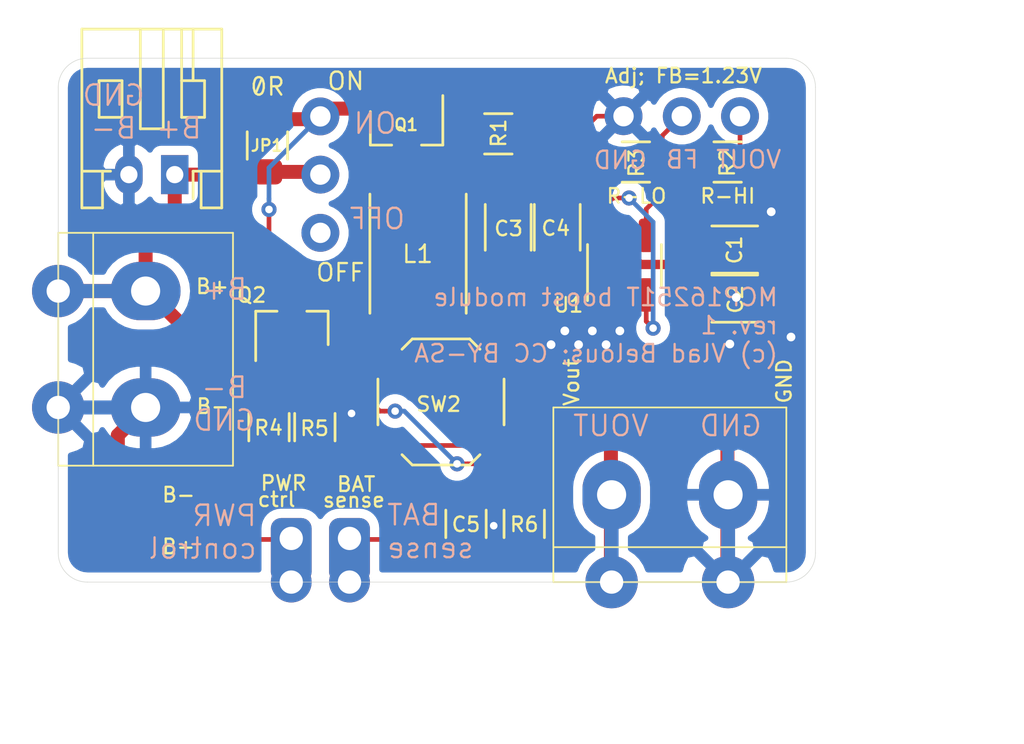
<source format=kicad_pcb>
(kicad_pcb (version 20171130) (host pcbnew "(5.0.1-3-g963ef8bb5)")

  (general
    (thickness 1.6)
    (drawings 41)
    (tracks 186)
    (zones 0)
    (modules 30)
    (nets 14)
  )

  (page A4)
  (title_block
    (title "MCP16251T-based boost SMD module")
    (date 2018-12-02)
    (rev 1)
    (comment 1 creativecommons.org/licenses)
    (comment 2 "CC BY-SA license")
    (comment 3 "Vlad Belous")
  )

  (layers
    (0 F.Cu mixed)
    (31 B.Cu mixed)
    (34 B.Paste user)
    (35 F.Paste user)
    (36 B.SilkS user)
    (37 F.SilkS user)
    (38 B.Mask user)
    (39 F.Mask user)
    (40 Dwgs.User user)
    (41 Cmts.User user)
    (42 Eco1.User user)
    (43 Eco2.User user)
    (44 Edge.Cuts user)
    (45 Margin user)
    (46 B.CrtYd user)
    (47 F.CrtYd user)
    (48 B.Fab user)
    (49 F.Fab user hide)
  )

  (setup
    (last_trace_width 0.2032)
    (user_trace_width 0.2032)
    (user_trace_width 0.4064)
    (user_trace_width 0.6096)
    (trace_clearance 0.2032)
    (zone_clearance 0.4064)
    (zone_45_only no)
    (trace_min 0.1778)
    (segment_width 0.1016)
    (edge_width 0.0254)
    (via_size 0.6604)
    (via_drill 0.3302)
    (via_min_size 0.6096)
    (via_min_drill 0.3048)
    (user_via 0.6604 0.3302)
    (user_via 0.762 0.381)
    (uvia_size 0.3)
    (uvia_drill 0.1)
    (uvias_allowed no)
    (uvia_min_size 0.2)
    (uvia_min_drill 0.1)
    (pcb_text_width 0.3)
    (pcb_text_size 1.5 1.5)
    (mod_edge_width 0.15)
    (mod_text_size 1 1)
    (mod_text_width 0.15)
    (pad_size 2.286 2.286)
    (pad_drill 1.016)
    (pad_to_mask_clearance 0.0508)
    (solder_mask_min_width 0.1778)
    (aux_axis_origin 0 0)
    (visible_elements FFFFFF7F)
    (pcbplotparams
      (layerselection 0x010fc_ffffffff)
      (usegerberextensions false)
      (usegerberattributes false)
      (usegerberadvancedattributes false)
      (creategerberjobfile false)
      (excludeedgelayer true)
      (linewidth 0.100000)
      (plotframeref false)
      (viasonmask false)
      (mode 1)
      (useauxorigin false)
      (hpglpennumber 1)
      (hpglpenspeed 20)
      (hpglpendiameter 15.000000)
      (psnegative false)
      (psa4output false)
      (plotreference true)
      (plotvalue true)
      (plotinvisibletext false)
      (padsonsilk false)
      (subtractmaskfromsilk false)
      (outputformat 1)
      (mirror false)
      (drillshape 1)
      (scaleselection 1)
      (outputdirectory ""))
  )

  (net 0 "")
  (net 1 VCC)
  (net 2 GND)
  (net 3 VBAT)
  (net 4 "Net-(C5-Pad1)")
  (net 5 VBAT_RAW)
  (net 6 Vbat_raw_sense)
  (net 7 "Net-(L1-Pad2)")
  (net 8 "Net-(Q1-Pad1)")
  (net 9 "Net-(Q2-Pad1)")
  (net 10 "Net-(R2-Pad2)")
  (net 11 PWR_CONTROL)
  (net 12 "Net-(R5-Pad1)")
  (net 13 "Net-(SW1-Pad3)")

  (net_class Default "This is the default net class."
    (clearance 0.2032)
    (trace_width 0.2032)
    (via_dia 0.6604)
    (via_drill 0.3302)
    (uvia_dia 0.3)
    (uvia_drill 0.1)
    (add_net GND)
    (add_net "Net-(C5-Pad1)")
    (add_net "Net-(L1-Pad2)")
    (add_net "Net-(Q1-Pad1)")
    (add_net "Net-(Q2-Pad1)")
    (add_net "Net-(R2-Pad2)")
    (add_net "Net-(R5-Pad1)")
    (add_net "Net-(SW1-Pad3)")
    (add_net PWR_CONTROL)
    (add_net VBAT)
    (add_net VBAT_RAW)
    (add_net VCC)
    (add_net Vbat_raw_sense)
  )

  (net_class Wide_16mil ""
    (clearance 0.2032)
    (trace_width 0.4064)
    (via_dia 0.762)
    (via_drill 0.381)
    (uvia_dia 0.3)
    (uvia_drill 0.1)
  )

  (module MCP16251_module:R_1206_HS (layer F.Cu) (tedit 5C0843EB) (tstamp 5C051165)
    (at 160.31 84.59)
    (descr "Resistor SMD 1206, reflow soldering, Vishay (see dcrcw.pdf)")
    (tags "resistor 1206")
    (path /5C041385)
    (attr smd)
    (fp_text reference C1 (at -0.0106 -0.02578 90) (layer F.SilkS)
      (effects (font (size 0.635 0.635) (thickness 0.1016)))
    )
    (fp_text value 10uF (at 4 0) (layer F.Fab) hide
      (effects (font (size 1 1) (thickness 0.15)))
    )
    (fp_text user %R (at 0 0) (layer F.Fab)
      (effects (font (size 0.7 0.7) (thickness 0.105)))
    )
    (fp_line (start -1.6 0.8) (end -1.6 -0.8) (layer F.Fab) (width 0.1))
    (fp_line (start 1.6 0.8) (end -1.6 0.8) (layer F.Fab) (width 0.1))
    (fp_line (start 1.6 -0.8) (end 1.6 0.8) (layer F.Fab) (width 0.1))
    (fp_line (start -1.6 -0.8) (end 1.6 -0.8) (layer F.Fab) (width 0.1))
    (fp_line (start 1 1.07) (end -1 1.07) (layer F.SilkS) (width 0.12))
    (fp_line (start -1 -1.07) (end 1 -1.07) (layer F.SilkS) (width 0.12))
    (fp_line (start -2.15 -1.11) (end 2.15 -1.11) (layer F.CrtYd) (width 0.05))
    (fp_line (start -2.15 -1.11) (end -2.15 1.1) (layer F.CrtYd) (width 0.05))
    (fp_line (start 2.15 1.1) (end 2.15 -1.11) (layer F.CrtYd) (width 0.05))
    (fp_line (start 2.15 1.1) (end -2.15 1.1) (layer F.CrtYd) (width 0.05))
    (pad 1 smd roundrect (at -1.65 0) (size 1.3 1.7) (layers F.Cu F.Paste F.Mask) (roundrect_rratio 0.25)
      (net 1 VCC))
    (pad 2 smd roundrect (at 1.65 0) (size 1.3 1.7) (layers F.Cu F.Paste F.Mask) (roundrect_rratio 0.25)
      (net 2 GND))
    (model ${KISYS3DMOD}/Resistors_SMD.3dshapes/R_1206.wrl
      (at (xyz 0 0 0))
      (scale (xyz 1 1 1))
      (rotate (xyz 0 0 0))
    )
  )

  (module MCP16251_module:R_1206_HS (layer F.Cu) (tedit 5C0843FA) (tstamp 5C051135)
    (at 160.31 86.65)
    (descr "Resistor SMD 1206, reflow soldering, Vishay (see dcrcw.pdf)")
    (tags "resistor 1206")
    (path /5C0551E3)
    (attr smd)
    (fp_text reference C2 (at 0.03004 0.07322 90) (layer F.SilkS)
      (effects (font (size 0.635 0.635) (thickness 0.1016)))
    )
    (fp_text value C (at 0 1.95) (layer F.Fab) hide
      (effects (font (size 1 1) (thickness 0.15)))
    )
    (fp_text user %R (at 0 0) (layer F.Fab)
      (effects (font (size 0.7 0.7) (thickness 0.105)))
    )
    (fp_line (start -1.6 0.8) (end -1.6 -0.8) (layer F.Fab) (width 0.1))
    (fp_line (start 1.6 0.8) (end -1.6 0.8) (layer F.Fab) (width 0.1))
    (fp_line (start 1.6 -0.8) (end 1.6 0.8) (layer F.Fab) (width 0.1))
    (fp_line (start -1.6 -0.8) (end 1.6 -0.8) (layer F.Fab) (width 0.1))
    (fp_line (start 1 1.07) (end -1 1.07) (layer F.SilkS) (width 0.12))
    (fp_line (start -1 -1.07) (end 1 -1.07) (layer F.SilkS) (width 0.12))
    (fp_line (start -2.15 -1.11) (end 2.15 -1.11) (layer F.CrtYd) (width 0.05))
    (fp_line (start -2.15 -1.11) (end -2.15 1.1) (layer F.CrtYd) (width 0.05))
    (fp_line (start 2.15 1.1) (end 2.15 -1.11) (layer F.CrtYd) (width 0.05))
    (fp_line (start 2.15 1.1) (end -2.15 1.1) (layer F.CrtYd) (width 0.05))
    (pad 1 smd roundrect (at -1.65 0) (size 1.3 1.7) (layers F.Cu F.Paste F.Mask) (roundrect_rratio 0.25)
      (net 1 VCC))
    (pad 2 smd roundrect (at 1.65 0) (size 1.3 1.7) (layers F.Cu F.Paste F.Mask) (roundrect_rratio 0.25)
      (net 2 GND))
    (model ${KISYS3DMOD}/Resistors_SMD.3dshapes/R_1206.wrl
      (at (xyz 0 0 0))
      (scale (xyz 1 1 1))
      (rotate (xyz 0 0 0))
    )
  )

  (module MCP16251_module:R_1206_HS (layer F.Cu) (tedit 5C0842A8) (tstamp 5C04C08F)
    (at 150.5 83.58 270)
    (descr "Resistor SMD 1206, reflow soldering, Vishay (see dcrcw.pdf)")
    (tags "resistor 1206")
    (path /5C0532EC)
    (attr smd)
    (fp_text reference C3 (at 0.05712 0.05326) (layer F.SilkS)
      (effects (font (size 0.635 0.635) (thickness 0.1016)))
    )
    (fp_text value CP1 (at 0 1.95 270) (layer F.Fab) hide
      (effects (font (size 1 1) (thickness 0.15)))
    )
    (fp_line (start 2.15 1.1) (end -2.15 1.1) (layer F.CrtYd) (width 0.05))
    (fp_line (start 2.15 1.1) (end 2.15 -1.11) (layer F.CrtYd) (width 0.05))
    (fp_line (start -2.15 -1.11) (end -2.15 1.1) (layer F.CrtYd) (width 0.05))
    (fp_line (start -2.15 -1.11) (end 2.15 -1.11) (layer F.CrtYd) (width 0.05))
    (fp_line (start -1 -1.07) (end 1 -1.07) (layer F.SilkS) (width 0.12))
    (fp_line (start 1 1.07) (end -1 1.07) (layer F.SilkS) (width 0.12))
    (fp_line (start -1.6 -0.8) (end 1.6 -0.8) (layer F.Fab) (width 0.1))
    (fp_line (start 1.6 -0.8) (end 1.6 0.8) (layer F.Fab) (width 0.1))
    (fp_line (start 1.6 0.8) (end -1.6 0.8) (layer F.Fab) (width 0.1))
    (fp_line (start -1.6 0.8) (end -1.6 -0.8) (layer F.Fab) (width 0.1))
    (fp_text user %R (at 0 0 270) (layer F.Fab)
      (effects (font (size 0.7 0.7) (thickness 0.105)))
    )
    (pad 2 smd roundrect (at 1.65 0 270) (size 1.3 1.7) (layers F.Cu F.Paste F.Mask) (roundrect_rratio 0.25)
      (net 2 GND))
    (pad 1 smd roundrect (at -1.65 0 270) (size 1.3 1.7) (layers F.Cu F.Paste F.Mask) (roundrect_rratio 0.25)
      (net 3 VBAT))
    (model ${KISYS3DMOD}/Resistors_SMD.3dshapes/R_1206.wrl
      (at (xyz 0 0 0))
      (scale (xyz 1 1 1))
      (rotate (xyz 0 0 0))
    )
  )

  (module MCP16251_module:R_1206_HS (layer F.Cu) (tedit 5C0842B5) (tstamp 5C04BFAC)
    (at 152.5 83.58 270)
    (descr "Resistor SMD 1206, reflow soldering, Vishay (see dcrcw.pdf)")
    (tags "resistor 1206")
    (path /5C03A950)
    (attr smd)
    (fp_text reference C4 (at 0.03934 -0.00414) (layer F.SilkS)
      (effects (font (size 0.635 0.635) (thickness 0.1016)))
    )
    (fp_text value 4.7uF (at 0 1.95 270) (layer F.Fab) hide
      (effects (font (size 1 1) (thickness 0.15)))
    )
    (fp_line (start 2.15 1.1) (end -2.15 1.1) (layer F.CrtYd) (width 0.05))
    (fp_line (start 2.15 1.1) (end 2.15 -1.11) (layer F.CrtYd) (width 0.05))
    (fp_line (start -2.15 -1.11) (end -2.15 1.1) (layer F.CrtYd) (width 0.05))
    (fp_line (start -2.15 -1.11) (end 2.15 -1.11) (layer F.CrtYd) (width 0.05))
    (fp_line (start -1 -1.07) (end 1 -1.07) (layer F.SilkS) (width 0.12))
    (fp_line (start 1 1.07) (end -1 1.07) (layer F.SilkS) (width 0.12))
    (fp_line (start -1.6 -0.8) (end 1.6 -0.8) (layer F.Fab) (width 0.1))
    (fp_line (start 1.6 -0.8) (end 1.6 0.8) (layer F.Fab) (width 0.1))
    (fp_line (start 1.6 0.8) (end -1.6 0.8) (layer F.Fab) (width 0.1))
    (fp_line (start -1.6 0.8) (end -1.6 -0.8) (layer F.Fab) (width 0.1))
    (fp_text user %R (at 0 0 270) (layer F.Fab)
      (effects (font (size 0.7 0.7) (thickness 0.105)))
    )
    (pad 2 smd roundrect (at 1.65 0 270) (size 1.3 1.7) (layers F.Cu F.Paste F.Mask) (roundrect_rratio 0.25)
      (net 2 GND))
    (pad 1 smd roundrect (at -1.65 0 270) (size 1.3 1.7) (layers F.Cu F.Paste F.Mask) (roundrect_rratio 0.25)
      (net 3 VBAT))
    (model ${KISYS3DMOD}/Resistors_SMD.3dshapes/R_1206.wrl
      (at (xyz 0 0 0))
      (scale (xyz 1 1 1))
      (rotate (xyz 0 0 0))
    )
  )

  (module MCP16251_module:R_0805_HS (layer F.Cu) (tedit 5C08479A) (tstamp 5C04B438)
    (at 148.59 96.52 90)
    (descr "Resistor SMD 0805, reflow soldering, Vishay (see dcrcw.pdf)")
    (tags "resistor 0805")
    (path /5C061B9F)
    (attr smd)
    (fp_text reference C5 (at -0.0254 0 180) (layer F.SilkS)
      (effects (font (size 0.635 0.635) (thickness 0.1016)))
    )
    (fp_text value 100nF (at 0 1.75 90) (layer F.Fab)
      (effects (font (size 1 1) (thickness 0.15)))
    )
    (fp_line (start 1.55 0.9) (end -1.55 0.9) (layer F.CrtYd) (width 0.05))
    (fp_line (start 1.55 0.9) (end 1.55 -0.9) (layer F.CrtYd) (width 0.05))
    (fp_line (start -1.55 -0.9) (end -1.55 0.9) (layer F.CrtYd) (width 0.05))
    (fp_line (start -1.55 -0.9) (end 1.55 -0.9) (layer F.CrtYd) (width 0.05))
    (fp_line (start -0.6 -0.88) (end 0.6 -0.88) (layer F.SilkS) (width 0.12))
    (fp_line (start 0.6 0.88) (end -0.6 0.88) (layer F.SilkS) (width 0.12))
    (fp_line (start -1 -0.62) (end 1 -0.62) (layer F.Fab) (width 0.1))
    (fp_line (start 1 -0.62) (end 1 0.62) (layer F.Fab) (width 0.1))
    (fp_line (start 1 0.62) (end -1 0.62) (layer F.Fab) (width 0.1))
    (fp_line (start -1 0.62) (end -1 -0.62) (layer F.Fab) (width 0.1))
    (fp_text user %R (at 0 0 90) (layer F.Fab)
      (effects (font (size 0.5 0.5) (thickness 0.075)))
    )
    (pad 2 smd roundrect (at 1.15 0 90) (size 1.1 1.3) (layers F.Cu F.Paste F.Mask) (roundrect_rratio 0.25)
      (net 2 GND))
    (pad 1 smd roundrect (at -1.15 0 90) (size 1.1 1.3) (layers F.Cu F.Paste F.Mask) (roundrect_rratio 0.25)
      (net 4 "Net-(C5-Pad1)"))
    (model ${KISYS3DMOD}/Resistors_SMD.3dshapes/R_0805.wrl
      (at (xyz 0 0 0))
      (scale (xyz 1 1 1))
      (rotate (xyz 0 0 0))
    )
  )

  (module MCP16251_module:Conn_01x02_cast (layer F.Cu) (tedit 5C0848A7) (tstamp 5C0500B3)
    (at 130.81 88.9)
    (path /5C056B14)
    (fp_text reference J1 (at 3.81 0) (layer F.SilkS) hide
      (effects (font (size 1 1) (thickness 0.15)))
    )
    (fp_text value THT_Castellated (at 2.54 -6.35) (layer F.Fab) hide
      (effects (font (size 1 1) (thickness 0.15)))
    )
    (fp_line (start 0 -3.81) (end 0 3.81) (layer F.Fab) (width 0.254))
    (fp_line (start 0 -5.08) (end 7.62 -5.08) (layer F.SilkS) (width 0.0762))
    (fp_line (start 7.62 -5.08) (end 7.62 5.08) (layer F.SilkS) (width 0.0762))
    (fp_line (start 7.62 5.08) (end 0 5.08) (layer F.SilkS) (width 0.0762))
    (fp_line (start 0 5.08) (end 0 -5.08) (layer F.SilkS) (width 0.0762))
    (fp_line (start 1.524 -5.08) (end 1.524 5.08) (layer F.SilkS) (width 0.0762))
    (pad 1 thru_hole oval (at 3.81 -2.54) (size 3.048 2.54) (drill 1.27) (layers *.Cu *.Mask)
      (net 5 VBAT_RAW))
    (pad 2 thru_hole oval (at 3.81 2.54) (size 3.048 2.54) (drill 1.27) (layers *.Cu *.Mask)
      (net 2 GND))
    (pad 2 thru_hole circle (at 0 2.54) (size 2.286 2.286) (drill 1.016) (layers *.Cu *.Mask)
      (net 2 GND) (zone_connect 1) (thermal_gap 0.889))
    (pad 1 thru_hole circle (at 0 -2.54) (size 2.286 2.286) (drill 1.016) (layers *.Cu *.Mask)
      (net 5 VBAT_RAW))
  )

  (module MCP16251_module:Conn_01x02_cast_mirrored (layer F.Cu) (tedit 5C08445F) (tstamp 5C04D71E)
    (at 157.48 99.06 270)
    (path /5C0585BB)
    (fp_text reference J2 (at -3.81 0 270) (layer F.SilkS) hide
      (effects (font (size 1 1) (thickness 0.15)))
    )
    (fp_text value THT_Castellated (at 2.54 -6.35 270) (layer F.Fab) hide
      (effects (font (size 1 1) (thickness 0.15)))
    )
    (fp_line (start 0 -3.81) (end 0 3.81) (layer F.Fab) (width 0.254))
    (fp_line (start -7.62 -5.08) (end -7.62 5.08) (layer F.SilkS) (width 0.0762))
    (fp_line (start -7.62 -5.08) (end 0 -5.08) (layer F.SilkS) (width 0.0762))
    (fp_line (start 0 -5.08) (end 0 5.08) (layer F.SilkS) (width 0.0762))
    (fp_line (start 0 5.08) (end -7.62 5.08) (layer F.SilkS) (width 0.0762))
    (fp_line (start -1.524 -5.08) (end -1.524 5.08) (layer F.SilkS) (width 0.0762))
    (pad 1 thru_hole oval (at -3.81 -2.54 270) (size 3.048 2.54) (drill 1.27) (layers *.Cu *.Mask)
      (net 2 GND))
    (pad 2 thru_hole oval (at -3.81 2.54 270) (size 3.048 2.54) (drill 1.27) (layers *.Cu *.Mask)
      (net 1 VCC))
    (pad 2 thru_hole circle (at 0 2.54 270) (size 2.286 2.286) (drill 1.016) (layers *.Cu *.Mask)
      (net 1 VCC))
    (pad 1 thru_hole circle (at 0 -2.54 270) (size 2.286 2.286) (drill 1.016) (layers *.Cu *.Mask)
      (net 2 GND) (thermal_gap 0.889))
  )

  (module MCP16251_module:Conn_01x01_cast (layer F.Cu) (tedit 5C084661) (tstamp 5C04B45B)
    (at 143.51 99.06 90)
    (path /5C064B85)
    (fp_text reference J3 (at -2.54 0 90) (layer F.SilkS) hide
      (effects (font (size 1 1) (thickness 0.15)))
    )
    (fp_text value THT_Castellated (at 2.54 -2.54 90) (layer F.Fab) hide
      (effects (font (size 1 1) (thickness 0.15)))
    )
    (fp_line (start 0 -1.27) (end 0 1.27) (layer F.Fab) (width 0.254))
    (pad 1 thru_hole roundrect (at 1.905 0 90) (size 2.794 1.778) (drill 1.016 (offset -0.508 0)) (layers *.Cu *.Mask) (roundrect_rratio 0.25)
      (net 4 "Net-(C5-Pad1)"))
    (pad 1 thru_hole circle (at 0 0 90) (size 1.778 1.778) (drill 1.016) (layers *.Cu *.Mask)
      (net 4 "Net-(C5-Pad1)"))
  )

  (module MCP16251_module:SMD-Pad_01x01 (layer F.Cu) (tedit 5C08465E) (tstamp 5C04B460)
    (at 146.05 96.52 90)
    (path /5C064C0E)
    (fp_text reference J4 (at -3.81 0 90) (layer F.SilkS) hide
      (effects (font (size 1 1) (thickness 0.15)))
    )
    (fp_text value SMD_pad (at 0 1.6 90) (layer F.Fab)
      (effects (font (size 1 1) (thickness 0.15)))
    )
    (pad 1 connect roundrect (at 0 0 90) (size 3.2 1.6) (layers F.Cu F.Mask) (roundrect_rratio 0.25)
      (net 4 "Net-(C5-Pad1)"))
  )

  (module MCP16251_module:SMD-Pad_01x01 (layer F.Cu) (tedit 5C08484E) (tstamp 5C052DBD)
    (at 133.407862 97.4 180)
    (path /5C056FCB)
    (fp_text reference J5 (at -2.482138 -0.033202 180) (layer F.SilkS) hide
      (effects (font (size 1 1) (thickness 0.15)))
    )
    (fp_text value SMD_pad (at 0 1.6 180) (layer F.Fab)
      (effects (font (size 1 1) (thickness 0.15)))
    )
    (pad 1 connect roundrect (at 0 0 180) (size 3.2 1.6) (layers F.Cu F.Mask) (roundrect_rratio 0.25)
      (net 5 VBAT_RAW))
  )

  (module MCP16251_module:SMD-Pad_01x01 (layer F.Cu) (tedit 5C0843D5) (tstamp 5C04B46A)
    (at 155.5 90.4)
    (path /5C0585C1)
    (fp_text reference J6 (at 0.78366 1.71818) (layer F.SilkS) hide
      (effects (font (size 1 1) (thickness 0.15)))
    )
    (fp_text value SMD_pad (at 0 1.6) (layer F.Fab)
      (effects (font (size 1 1) (thickness 0.15)))
    )
    (pad 1 connect roundrect (at 0 0) (size 3.2 1.6) (layers F.Cu F.Mask) (roundrect_rratio 0.25)
      (net 1 VCC))
  )

  (module MCP16251_module:SMD-Pad_01x01 (layer F.Cu) (tedit 5C084847) (tstamp 5C04B46F)
    (at 133.407862 95.216798 180)
    (path /5C057088)
    (fp_text reference J7 (at -2.482138 -0.033202 180) (layer F.SilkS) hide
      (effects (font (size 1 1) (thickness 0.15)))
    )
    (fp_text value SMD_pad (at 0 1.6 180) (layer F.Fab)
      (effects (font (size 1 1) (thickness 0.15)))
    )
    (pad 1 connect roundrect (at 0 0 180) (size 3.2 1.6) (layers F.Cu F.Mask) (roundrect_rratio 0.25)
      (net 2 GND))
  )

  (module MCP16251_module:SMD-Pad_01x01 (layer F.Cu) (tedit 5C0843D9) (tstamp 5C04B474)
    (at 160.1 90.4)
    (path /5C0585C7)
    (fp_text reference J8 (at 1.33478 1.71818) (layer F.SilkS) hide
      (effects (font (size 1 1) (thickness 0.15)))
    )
    (fp_text value SMD_pad (at 0 1.6) (layer F.Fab)
      (effects (font (size 1 1) (thickness 0.15)))
    )
    (pad 1 connect roundrect (at 0 0) (size 3.2 1.6) (layers F.Cu F.Mask) (roundrect_rratio 0.25)
      (net 2 GND))
  )

  (module Connectors_JST:JST_PH_S2B-PH-K_02x2.00mm_Angled (layer F.Cu) (tedit 5C0848E8) (tstamp 5C04B4A3)
    (at 135.89 81.28 180)
    (descr "JST PH series connector, S2B-PH-K, side entry type, through hole, Datasheet: http://www.jst-mfg.com/product/pdf/eng/ePH.pdf")
    (tags "connector jst ph")
    (path /5C074DA3)
    (fp_text reference J9 (at 1.27 2.54 180) (layer F.SilkS) hide
      (effects (font (size 1 1) (thickness 0.15)))
    )
    (fp_text value JST_PH_Header (at 1 7.25 180) (layer F.Fab)
      (effects (font (size 1 1) (thickness 0.15)))
    )
    (fp_text user %R (at 1 2.5 180) (layer F.Fab)
      (effects (font (size 1 1) (thickness 0.15)))
    )
    (fp_line (start 0.5 1.35) (end 0 0.85) (layer F.Fab) (width 0.1))
    (fp_line (start -0.5 1.35) (end 0.5 1.35) (layer F.Fab) (width 0.1))
    (fp_line (start 0 0.85) (end -0.5 1.35) (layer F.Fab) (width 0.1))
    (fp_line (start -0.8 0.15) (end -0.8 -1.05) (layer F.SilkS) (width 0.12))
    (fp_line (start 3.25 0.25) (end -1.25 0.25) (layer F.Fab) (width 0.1))
    (fp_line (start 3.25 -1.35) (end 3.25 0.25) (layer F.Fab) (width 0.1))
    (fp_line (start 3.95 -1.35) (end 3.25 -1.35) (layer F.Fab) (width 0.1))
    (fp_line (start 3.95 6.25) (end 3.95 -1.35) (layer F.Fab) (width 0.1))
    (fp_line (start -1.95 6.25) (end 3.95 6.25) (layer F.Fab) (width 0.1))
    (fp_line (start -1.95 -1.35) (end -1.95 6.25) (layer F.Fab) (width 0.1))
    (fp_line (start -1.25 -1.35) (end -1.95 -1.35) (layer F.Fab) (width 0.1))
    (fp_line (start -1.25 0.25) (end -1.25 -1.35) (layer F.Fab) (width 0.1))
    (fp_line (start 4.45 -1.85) (end -2.45 -1.85) (layer F.CrtYd) (width 0.05))
    (fp_line (start 4.45 6.75) (end 4.45 -1.85) (layer F.CrtYd) (width 0.05))
    (fp_line (start -2.45 6.75) (end 4.45 6.75) (layer F.CrtYd) (width 0.05))
    (fp_line (start -2.45 -1.85) (end -2.45 6.75) (layer F.CrtYd) (width 0.05))
    (fp_line (start -0.8 4.1) (end -0.8 6.35) (layer F.SilkS) (width 0.12))
    (fp_line (start -0.3 4.1) (end -0.3 6.35) (layer F.SilkS) (width 0.12))
    (fp_line (start 2.3 2.5) (end 3.3 2.5) (layer F.SilkS) (width 0.12))
    (fp_line (start 2.3 4.1) (end 2.3 2.5) (layer F.SilkS) (width 0.12))
    (fp_line (start 3.3 4.1) (end 2.3 4.1) (layer F.SilkS) (width 0.12))
    (fp_line (start 3.3 2.5) (end 3.3 4.1) (layer F.SilkS) (width 0.12))
    (fp_line (start -0.3 2.5) (end -1.3 2.5) (layer F.SilkS) (width 0.12))
    (fp_line (start -0.3 4.1) (end -0.3 2.5) (layer F.SilkS) (width 0.12))
    (fp_line (start -1.3 4.1) (end -0.3 4.1) (layer F.SilkS) (width 0.12))
    (fp_line (start -1.3 2.5) (end -1.3 4.1) (layer F.SilkS) (width 0.12))
    (fp_line (start 4.05 0.15) (end 3.15 0.15) (layer F.SilkS) (width 0.12))
    (fp_line (start -2.05 0.15) (end -1.15 0.15) (layer F.SilkS) (width 0.12))
    (fp_line (start 3.15 0.15) (end 2.8 0.15) (layer F.SilkS) (width 0.12))
    (fp_line (start 3.15 -1.45) (end 3.15 0.15) (layer F.SilkS) (width 0.12))
    (fp_line (start 4.05 -1.45) (end 3.15 -1.45) (layer F.SilkS) (width 0.12))
    (fp_line (start 4.05 6.35) (end 4.05 -1.45) (layer F.SilkS) (width 0.12))
    (fp_line (start -2.05 6.35) (end 4.05 6.35) (layer F.SilkS) (width 0.12))
    (fp_line (start -2.05 -1.45) (end -2.05 6.35) (layer F.SilkS) (width 0.12))
    (fp_line (start -1.15 -1.45) (end -2.05 -1.45) (layer F.SilkS) (width 0.12))
    (fp_line (start -1.15 0.15) (end -1.15 -1.45) (layer F.SilkS) (width 0.12))
    (fp_line (start -0.8 0.15) (end -1.15 0.15) (layer F.SilkS) (width 0.12))
    (fp_line (start 1.5 2) (end 1.5 6.35) (layer F.SilkS) (width 0.12))
    (fp_line (start 0.5 2) (end 1.5 2) (layer F.SilkS) (width 0.12))
    (fp_line (start 0.5 6.35) (end 0.5 2) (layer F.SilkS) (width 0.12))
    (pad 2 thru_hole oval (at 2 0 180) (size 1.2 1.7) (drill 0.75) (layers *.Cu *.Mask)
      (net 2 GND))
    (pad 1 thru_hole rect (at 0 0 180) (size 1.2 1.7) (drill 0.75) (layers *.Cu *.Mask)
      (net 5 VBAT_RAW))
    (model ${KISYS3DMOD}/Connectors_JST.3dshapes/JST_PH_S2B-PH-K_02x2.00mm_Angled.wrl
      (at (xyz 0 0 0))
      (scale (xyz 1 1 1))
      (rotate (xyz 0 0 0))
    )
  )

  (module MCP16251_module:R_0805_HS (layer F.Cu) (tedit 5C084173) (tstamp 5C04B4B4)
    (at 139.93 80.01 90)
    (descr "Resistor SMD 0805, reflow soldering, Vishay (see dcrcw.pdf)")
    (tags "resistor 0805")
    (path /5C08228F)
    (attr smd)
    (fp_text reference JP1 (at 0 -0.02426 180) (layer F.SilkS)
      (effects (font (size 0.508 0.508) (thickness 0.1016)))
    )
    (fp_text value Jumper (at 0 1.75 90) (layer F.Fab)
      (effects (font (size 1 1) (thickness 0.15)))
    )
    (fp_text user %R (at 0 0 90) (layer F.Fab)
      (effects (font (size 0.5 0.5) (thickness 0.075)))
    )
    (fp_line (start -1 0.62) (end -1 -0.62) (layer F.Fab) (width 0.1))
    (fp_line (start 1 0.62) (end -1 0.62) (layer F.Fab) (width 0.1))
    (fp_line (start 1 -0.62) (end 1 0.62) (layer F.Fab) (width 0.1))
    (fp_line (start -1 -0.62) (end 1 -0.62) (layer F.Fab) (width 0.1))
    (fp_line (start 0.6 0.88) (end -0.6 0.88) (layer F.SilkS) (width 0.12))
    (fp_line (start -0.6 -0.88) (end 0.6 -0.88) (layer F.SilkS) (width 0.12))
    (fp_line (start -1.55 -0.9) (end 1.55 -0.9) (layer F.CrtYd) (width 0.05))
    (fp_line (start -1.55 -0.9) (end -1.55 0.9) (layer F.CrtYd) (width 0.05))
    (fp_line (start 1.55 0.9) (end 1.55 -0.9) (layer F.CrtYd) (width 0.05))
    (fp_line (start 1.55 0.9) (end -1.55 0.9) (layer F.CrtYd) (width 0.05))
    (pad 1 smd roundrect (at -1.15 0 90) (size 1.1 1.3) (layers F.Cu F.Paste F.Mask) (roundrect_rratio 0.25)
      (net 5 VBAT_RAW))
    (pad 2 smd roundrect (at 1.15 0 90) (size 1.1 1.3) (layers F.Cu F.Paste F.Mask) (roundrect_rratio 0.25)
      (net 6 Vbat_raw_sense))
    (model ${KISYS3DMOD}/Resistors_SMD.3dshapes/R_0805.wrl
      (at (xyz 0 0 0))
      (scale (xyz 1 1 1))
      (rotate (xyz 0 0 0))
    )
  )

  (module MCP16251_module:L_Taiyo-Yuden_NR-S-40xx_HS (layer F.Cu) (tedit 5C084291) (tstamp 5C04B4CD)
    (at 146.5 84.73 270)
    (descr "Inductor, Taiyo Yuden, NR series, Taiyo-Yuden_NR-40xx, 4.0mmx4.0mm")
    (tags "inductor taiyo-yuden nr smd")
    (path /5C03B30E)
    (attr smd)
    (fp_text reference L1 (at 0.01456 0.0182) (layer F.SilkS)
      (effects (font (size 0.762 0.762) (thickness 0.1016)))
    )
    (fp_text value 4.7uH (at 0 3.5 270) (layer F.Fab) hide
      (effects (font (size 1 1) (thickness 0.15)))
    )
    (fp_line (start 2.6 -2.25) (end -2.6 -2.25) (layer F.CrtYd) (width 0.05))
    (fp_line (start 2.6 2.25) (end 2.6 -2.25) (layer F.CrtYd) (width 0.05))
    (fp_line (start -2.6 2.25) (end 2.6 2.25) (layer F.CrtYd) (width 0.05))
    (fp_line (start -2.6 -2.25) (end -2.6 2.25) (layer F.CrtYd) (width 0.05))
    (fp_line (start -2.6 2.1) (end 2.6 2.1) (layer F.SilkS) (width 0.12))
    (fp_line (start -2.6 -2.1) (end 2.6 -2.1) (layer F.SilkS) (width 0.12))
    (fp_line (start -1.25 2) (end 0 2) (layer F.Fab) (width 0.1))
    (fp_line (start -2 1.25) (end -1.25 2) (layer F.Fab) (width 0.1))
    (fp_line (start -2 0) (end -2 1.25) (layer F.Fab) (width 0.1))
    (fp_line (start 1.25 2) (end 0 2) (layer F.Fab) (width 0.1))
    (fp_line (start 2 1.25) (end 1.25 2) (layer F.Fab) (width 0.1))
    (fp_line (start 2 0) (end 2 1.25) (layer F.Fab) (width 0.1))
    (fp_line (start 1.25 -2) (end 0 -2) (layer F.Fab) (width 0.1))
    (fp_line (start 2 -1.25) (end 1.25 -2) (layer F.Fab) (width 0.1))
    (fp_line (start 2 0) (end 2 -1.25) (layer F.Fab) (width 0.1))
    (fp_line (start -1.25 -2) (end 0 -2) (layer F.Fab) (width 0.1))
    (fp_line (start -2 -1.25) (end -1.25 -2) (layer F.Fab) (width 0.1))
    (fp_line (start -2 0) (end -2 -1.25) (layer F.Fab) (width 0.1))
    (fp_text user %R (at 0 0 270) (layer F.Fab)
      (effects (font (size 1 1) (thickness 0.15)))
    )
    (pad 2 smd roundrect (at 1.7 0 270) (size 1.8 3.9) (layers F.Cu F.Paste F.Mask) (roundrect_rratio 0.25)
      (net 7 "Net-(L1-Pad2)"))
    (pad 1 smd roundrect (at -1.7 0 270) (size 1.8 3.9) (layers F.Cu F.Paste F.Mask) (roundrect_rratio 0.25)
      (net 3 VBAT))
    (model ${KISYS3DMOD}/Inductors_SMD.3dshapes/L_Taiyo-Yuden_NR-40xx.wrl
      (at (xyz 0 0 0))
      (scale (xyz 1 1 1))
      (rotate (xyz 0 0 0))
    )
  )

  (module MCP16251_module:SOT-23_HS (layer F.Cu) (tedit 5C0841AD) (tstamp 5C04D9DF)
    (at 146 79.23 270)
    (descr "SOT-23, Standard")
    (tags SOT-23)
    (path /5C038257)
    (attr smd)
    (fp_text reference Q1 (at -0.12424 0.01858) (layer F.SilkS)
      (effects (font (size 0.508 0.508) (thickness 0.1016)))
    )
    (fp_text value Q_PMOS_GSD (at 0 2.5 270) (layer F.Fab) hide
      (effects (font (size 1 1) (thickness 0.15)))
    )
    (fp_line (start 0.76 1.58) (end -0.7 1.58) (layer F.SilkS) (width 0.12))
    (fp_line (start 0.76 -1.58) (end -1.4 -1.58) (layer F.SilkS) (width 0.12))
    (fp_line (start -1.7 1.75) (end -1.7 -1.75) (layer F.CrtYd) (width 0.05))
    (fp_line (start 1.7 1.75) (end -1.7 1.75) (layer F.CrtYd) (width 0.05))
    (fp_line (start 1.7 -1.75) (end 1.7 1.75) (layer F.CrtYd) (width 0.05))
    (fp_line (start -1.7 -1.75) (end 1.7 -1.75) (layer F.CrtYd) (width 0.05))
    (fp_line (start 0.76 -1.58) (end 0.76 -0.65) (layer F.SilkS) (width 0.12))
    (fp_line (start 0.76 1.58) (end 0.76 0.65) (layer F.SilkS) (width 0.12))
    (fp_line (start -0.7 1.52) (end 0.7 1.52) (layer F.Fab) (width 0.1))
    (fp_line (start 0.7 -1.52) (end 0.7 1.52) (layer F.Fab) (width 0.1))
    (fp_line (start -0.7 -0.95) (end -0.15 -1.52) (layer F.Fab) (width 0.1))
    (fp_line (start -0.15 -1.52) (end 0.7 -1.52) (layer F.Fab) (width 0.1))
    (fp_line (start -0.7 -0.95) (end -0.7 1.5) (layer F.Fab) (width 0.1))
    (fp_text user %R (at 0 0) (layer F.Fab)
      (effects (font (size 0.5 0.5) (thickness 0.075)))
    )
    (pad 3 smd roundrect (at 1.2 0 270) (size 1.3 0.8) (layers F.Cu F.Paste F.Mask) (roundrect_rratio 0.25)
      (net 3 VBAT))
    (pad 2 smd roundrect (at -1.2 0.95 270) (size 1.3 0.8) (layers F.Cu F.Paste F.Mask) (roundrect_rratio 0.25)
      (net 6 Vbat_raw_sense))
    (pad 1 smd roundrect (at -1.2 -0.95 270) (size 1.3 0.8) (layers F.Cu F.Paste F.Mask) (roundrect_rratio 0.25)
      (net 8 "Net-(Q1-Pad1)"))
    (model ${KISYS3DMOD}/TO_SOT_Packages_SMD.3dshapes/SOT-23.wrl
      (at (xyz 0 0 0))
      (scale (xyz 1 1 1))
      (rotate (xyz 0 0 0))
    )
  )

  (module MCP16251_module:SOT-23_HS (layer F.Cu) (tedit 5C0848BC) (tstamp 5C04E9EA)
    (at 141 88 90)
    (descr "SOT-23, Standard")
    (tags SOT-23)
    (path /5C03897A)
    (attr smd)
    (fp_text reference Q2 (at 1.4622 -1.7572 180) (layer F.SilkS)
      (effects (font (size 0.635 0.635) (thickness 0.1016)))
    )
    (fp_text value NPN_3904 (at 0 2.5 90) (layer F.Fab) hide
      (effects (font (size 1 1) (thickness 0.15)))
    )
    (fp_text user %R (at 0 0 180) (layer F.Fab)
      (effects (font (size 0.5 0.5) (thickness 0.075)))
    )
    (fp_line (start -0.7 -0.95) (end -0.7 1.5) (layer F.Fab) (width 0.1))
    (fp_line (start -0.15 -1.52) (end 0.7 -1.52) (layer F.Fab) (width 0.1))
    (fp_line (start -0.7 -0.95) (end -0.15 -1.52) (layer F.Fab) (width 0.1))
    (fp_line (start 0.7 -1.52) (end 0.7 1.52) (layer F.Fab) (width 0.1))
    (fp_line (start -0.7 1.52) (end 0.7 1.52) (layer F.Fab) (width 0.1))
    (fp_line (start 0.76 1.58) (end 0.76 0.65) (layer F.SilkS) (width 0.12))
    (fp_line (start 0.76 -1.58) (end 0.76 -0.65) (layer F.SilkS) (width 0.12))
    (fp_line (start -1.7 -1.75) (end 1.7 -1.75) (layer F.CrtYd) (width 0.05))
    (fp_line (start 1.7 -1.75) (end 1.7 1.75) (layer F.CrtYd) (width 0.05))
    (fp_line (start 1.7 1.75) (end -1.7 1.75) (layer F.CrtYd) (width 0.05))
    (fp_line (start -1.7 1.75) (end -1.7 -1.75) (layer F.CrtYd) (width 0.05))
    (fp_line (start 0.76 -1.58) (end -1.4 -1.58) (layer F.SilkS) (width 0.12))
    (fp_line (start 0.76 1.58) (end -0.7 1.58) (layer F.SilkS) (width 0.12))
    (pad 1 smd roundrect (at -1.2 -0.95 90) (size 1.3 0.8) (layers F.Cu F.Paste F.Mask) (roundrect_rratio 0.25)
      (net 9 "Net-(Q2-Pad1)"))
    (pad 2 smd roundrect (at -1.2 0.95 90) (size 1.3 0.8) (layers F.Cu F.Paste F.Mask) (roundrect_rratio 0.25)
      (net 2 GND))
    (pad 3 smd roundrect (at 1.2 0 90) (size 1.3 0.8) (layers F.Cu F.Paste F.Mask) (roundrect_rratio 0.25)
      (net 8 "Net-(Q1-Pad1)"))
    (model ${KISYS3DMOD}/TO_SOT_Packages_SMD.3dshapes/SOT-23.wrl
      (at (xyz 0 0 0))
      (scale (xyz 1 1 1))
      (rotate (xyz 0 0 0))
    )
  )

  (module MCP16251_module:R_0805_HS (layer F.Cu) (tedit 5C0841EC) (tstamp 5C04E611)
    (at 150 79.5 180)
    (descr "Resistor SMD 0805, reflow soldering, Vishay (see dcrcw.pdf)")
    (tags "resistor 0805")
    (path /5C03837C)
    (attr smd)
    (fp_text reference R1 (at -0.01494 0.03102 270) (layer F.SilkS)
      (effects (font (size 0.635 0.635) (thickness 0.1016)))
    )
    (fp_text value 100k (at 0 1.75 180) (layer F.Fab)
      (effects (font (size 1 1) (thickness 0.15)))
    )
    (fp_line (start 1.55 0.9) (end -1.55 0.9) (layer F.CrtYd) (width 0.05))
    (fp_line (start 1.55 0.9) (end 1.55 -0.9) (layer F.CrtYd) (width 0.05))
    (fp_line (start -1.55 -0.9) (end -1.55 0.9) (layer F.CrtYd) (width 0.05))
    (fp_line (start -1.55 -0.9) (end 1.55 -0.9) (layer F.CrtYd) (width 0.05))
    (fp_line (start -0.6 -0.88) (end 0.6 -0.88) (layer F.SilkS) (width 0.12))
    (fp_line (start 0.6 0.88) (end -0.6 0.88) (layer F.SilkS) (width 0.12))
    (fp_line (start -1 -0.62) (end 1 -0.62) (layer F.Fab) (width 0.1))
    (fp_line (start 1 -0.62) (end 1 0.62) (layer F.Fab) (width 0.1))
    (fp_line (start 1 0.62) (end -1 0.62) (layer F.Fab) (width 0.1))
    (fp_line (start -1 0.62) (end -1 -0.62) (layer F.Fab) (width 0.1))
    (fp_text user %R (at 0 0 180) (layer F.Fab)
      (effects (font (size 0.5 0.5) (thickness 0.075)))
    )
    (pad 2 smd roundrect (at 1.15 0 180) (size 1.1 1.3) (layers F.Cu F.Paste F.Mask) (roundrect_rratio 0.25)
      (net 8 "Net-(Q1-Pad1)"))
    (pad 1 smd roundrect (at -1.15 0 180) (size 1.1 1.3) (layers F.Cu F.Paste F.Mask) (roundrect_rratio 0.25)
      (net 6 Vbat_raw_sense))
    (model ${KISYS3DMOD}/Resistors_SMD.3dshapes/R_0805.wrl
      (at (xyz 0 0 0))
      (scale (xyz 1 1 1))
      (rotate (xyz 0 0 0))
    )
  )

  (module MCP16251_module:R_0805_HS (layer F.Cu) (tedit 5C084360) (tstamp 5C04B519)
    (at 160 80.73 180)
    (descr "Resistor SMD 0805, reflow soldering, Vishay (see dcrcw.pdf)")
    (tags "resistor 0805")
    (path /5C03BA24)
    (attr smd)
    (fp_text reference R2 (at 0.01302 -0.02422 270) (layer F.SilkS)
      (effects (font (size 0.635 0.635) (thickness 0.1016)))
    )
    (fp_text value R (at 0 1.75 180) (layer F.Fab)
      (effects (font (size 1 1) (thickness 0.15)))
    )
    (fp_text user %R (at 0 0 180) (layer F.Fab)
      (effects (font (size 0.5 0.5) (thickness 0.075)))
    )
    (fp_line (start -1 0.62) (end -1 -0.62) (layer F.Fab) (width 0.1))
    (fp_line (start 1 0.62) (end -1 0.62) (layer F.Fab) (width 0.1))
    (fp_line (start 1 -0.62) (end 1 0.62) (layer F.Fab) (width 0.1))
    (fp_line (start -1 -0.62) (end 1 -0.62) (layer F.Fab) (width 0.1))
    (fp_line (start 0.6 0.88) (end -0.6 0.88) (layer F.SilkS) (width 0.12))
    (fp_line (start -0.6 -0.88) (end 0.6 -0.88) (layer F.SilkS) (width 0.12))
    (fp_line (start -1.55 -0.9) (end 1.55 -0.9) (layer F.CrtYd) (width 0.05))
    (fp_line (start -1.55 -0.9) (end -1.55 0.9) (layer F.CrtYd) (width 0.05))
    (fp_line (start 1.55 0.9) (end 1.55 -0.9) (layer F.CrtYd) (width 0.05))
    (fp_line (start 1.55 0.9) (end -1.55 0.9) (layer F.CrtYd) (width 0.05))
    (pad 1 smd roundrect (at -1.15 0 180) (size 1.1 1.3) (layers F.Cu F.Paste F.Mask) (roundrect_rratio 0.25)
      (net 1 VCC))
    (pad 2 smd roundrect (at 1.15 0 180) (size 1.1 1.3) (layers F.Cu F.Paste F.Mask) (roundrect_rratio 0.25)
      (net 10 "Net-(R2-Pad2)"))
    (model ${KISYS3DMOD}/Resistors_SMD.3dshapes/R_0805.wrl
      (at (xyz 0 0 0))
      (scale (xyz 1 1 1))
      (rotate (xyz 0 0 0))
    )
  )

  (module MCP16251_module:R_0805_HS (layer F.Cu) (tedit 5C0842CB) (tstamp 5C04B52A)
    (at 156 80.73 180)
    (descr "Resistor SMD 0805, reflow soldering, Vishay (see dcrcw.pdf)")
    (tags "resistor 0805")
    (path /5C03BA8B)
    (attr smd)
    (fp_text reference R3 (at -0.0195 -0.042 270) (layer F.SilkS)
      (effects (font (size 0.635 0.635) (thickness 0.1016)))
    )
    (fp_text value R (at 0 1.75 180) (layer F.Fab)
      (effects (font (size 1 1) (thickness 0.15)))
    )
    (fp_line (start 1.55 0.9) (end -1.55 0.9) (layer F.CrtYd) (width 0.05))
    (fp_line (start 1.55 0.9) (end 1.55 -0.9) (layer F.CrtYd) (width 0.05))
    (fp_line (start -1.55 -0.9) (end -1.55 0.9) (layer F.CrtYd) (width 0.05))
    (fp_line (start -1.55 -0.9) (end 1.55 -0.9) (layer F.CrtYd) (width 0.05))
    (fp_line (start -0.6 -0.88) (end 0.6 -0.88) (layer F.SilkS) (width 0.12))
    (fp_line (start 0.6 0.88) (end -0.6 0.88) (layer F.SilkS) (width 0.12))
    (fp_line (start -1 -0.62) (end 1 -0.62) (layer F.Fab) (width 0.1))
    (fp_line (start 1 -0.62) (end 1 0.62) (layer F.Fab) (width 0.1))
    (fp_line (start 1 0.62) (end -1 0.62) (layer F.Fab) (width 0.1))
    (fp_line (start -1 0.62) (end -1 -0.62) (layer F.Fab) (width 0.1))
    (fp_text user %R (at 0 0 180) (layer F.Fab)
      (effects (font (size 0.5 0.5) (thickness 0.075)))
    )
    (pad 2 smd roundrect (at 1.15 0 180) (size 1.1 1.3) (layers F.Cu F.Paste F.Mask) (roundrect_rratio 0.25)
      (net 2 GND))
    (pad 1 smd roundrect (at -1.15 0 180) (size 1.1 1.3) (layers F.Cu F.Paste F.Mask) (roundrect_rratio 0.25)
      (net 10 "Net-(R2-Pad2)"))
    (model ${KISYS3DMOD}/Resistors_SMD.3dshapes/R_0805.wrl
      (at (xyz 0 0 0))
      (scale (xyz 1 1 1))
      (rotate (xyz 0 0 0))
    )
  )

  (module MCP16251_module:R_0805_HS (layer F.Cu) (tedit 5C08476D) (tstamp 5C04B53B)
    (at 140 92.3 90)
    (descr "Resistor SMD 0805, reflow soldering, Vishay (see dcrcw.pdf)")
    (tags "resistor 0805")
    (path /5C038DEC)
    (attr smd)
    (fp_text reference R4 (at -0.029 -0.0206 180) (layer F.SilkS)
      (effects (font (size 0.635 0.635) (thickness 0.1016)))
    )
    (fp_text value 100k (at 0 1.75 90) (layer F.Fab)
      (effects (font (size 1 1) (thickness 0.15)))
    )
    (fp_line (start 1.55 0.9) (end -1.55 0.9) (layer F.CrtYd) (width 0.05))
    (fp_line (start 1.55 0.9) (end 1.55 -0.9) (layer F.CrtYd) (width 0.05))
    (fp_line (start -1.55 -0.9) (end -1.55 0.9) (layer F.CrtYd) (width 0.05))
    (fp_line (start -1.55 -0.9) (end 1.55 -0.9) (layer F.CrtYd) (width 0.05))
    (fp_line (start -0.6 -0.88) (end 0.6 -0.88) (layer F.SilkS) (width 0.12))
    (fp_line (start 0.6 0.88) (end -0.6 0.88) (layer F.SilkS) (width 0.12))
    (fp_line (start -1 -0.62) (end 1 -0.62) (layer F.Fab) (width 0.1))
    (fp_line (start 1 -0.62) (end 1 0.62) (layer F.Fab) (width 0.1))
    (fp_line (start 1 0.62) (end -1 0.62) (layer F.Fab) (width 0.1))
    (fp_line (start -1 0.62) (end -1 -0.62) (layer F.Fab) (width 0.1))
    (fp_text user %R (at 0 0 90) (layer F.Fab)
      (effects (font (size 0.5 0.5) (thickness 0.075)))
    )
    (pad 2 smd roundrect (at 1.15 0 90) (size 1.1 1.3) (layers F.Cu F.Paste F.Mask) (roundrect_rratio 0.25)
      (net 9 "Net-(Q2-Pad1)"))
    (pad 1 smd roundrect (at -1.15 0 90) (size 1.1 1.3) (layers F.Cu F.Paste F.Mask) (roundrect_rratio 0.25)
      (net 11 PWR_CONTROL))
    (model ${KISYS3DMOD}/Resistors_SMD.3dshapes/R_0805.wrl
      (at (xyz 0 0 0))
      (scale (xyz 1 1 1))
      (rotate (xyz 0 0 0))
    )
  )

  (module MCP16251_module:R_0805_HS (layer F.Cu) (tedit 5C08475E) (tstamp 5C04E55E)
    (at 142 92.3 90)
    (descr "Resistor SMD 0805, reflow soldering, Vishay (see dcrcw.pdf)")
    (tags "resistor 0805")
    (path /5C038744)
    (attr smd)
    (fp_text reference R5 (at -0.0544 -0.014) (layer F.SilkS)
      (effects (font (size 0.635 0.635) (thickness 0.1016)))
    )
    (fp_text value 1k (at 0 1.75 90) (layer F.Fab)
      (effects (font (size 1 1) (thickness 0.15)))
    )
    (fp_text user %R (at 0 0 90) (layer F.Fab)
      (effects (font (size 0.5 0.5) (thickness 0.075)))
    )
    (fp_line (start -1 0.62) (end -1 -0.62) (layer F.Fab) (width 0.1))
    (fp_line (start 1 0.62) (end -1 0.62) (layer F.Fab) (width 0.1))
    (fp_line (start 1 -0.62) (end 1 0.62) (layer F.Fab) (width 0.1))
    (fp_line (start -1 -0.62) (end 1 -0.62) (layer F.Fab) (width 0.1))
    (fp_line (start 0.6 0.88) (end -0.6 0.88) (layer F.SilkS) (width 0.12))
    (fp_line (start -0.6 -0.88) (end 0.6 -0.88) (layer F.SilkS) (width 0.12))
    (fp_line (start -1.55 -0.9) (end 1.55 -0.9) (layer F.CrtYd) (width 0.05))
    (fp_line (start -1.55 -0.9) (end -1.55 0.9) (layer F.CrtYd) (width 0.05))
    (fp_line (start 1.55 0.9) (end 1.55 -0.9) (layer F.CrtYd) (width 0.05))
    (fp_line (start 1.55 0.9) (end -1.55 0.9) (layer F.CrtYd) (width 0.05))
    (pad 1 smd roundrect (at -1.15 0 90) (size 1.1 1.3) (layers F.Cu F.Paste F.Mask) (roundrect_rratio 0.25)
      (net 12 "Net-(R5-Pad1)"))
    (pad 2 smd roundrect (at 1.15 0 90) (size 1.1 1.3) (layers F.Cu F.Paste F.Mask) (roundrect_rratio 0.25)
      (net 2 GND))
    (model ${KISYS3DMOD}/Resistors_SMD.3dshapes/R_0805.wrl
      (at (xyz 0 0 0))
      (scale (xyz 1 1 1))
      (rotate (xyz 0 0 0))
    )
  )

  (module MCP16251_module:R_0805_HS (layer F.Cu) (tedit 5C08478C) (tstamp 5C04F90F)
    (at 151.13 96.52 90)
    (descr "Resistor SMD 0805, reflow soldering, Vishay (see dcrcw.pdf)")
    (tags "resistor 0805")
    (path /5C060C0C)
    (attr smd)
    (fp_text reference R6 (at -0.0254 0 180) (layer F.SilkS)
      (effects (font (size 0.635 0.635) (thickness 0.1016)))
    )
    (fp_text value 1k (at 0 1.75 90) (layer F.Fab)
      (effects (font (size 1 1) (thickness 0.15)))
    )
    (fp_text user %R (at 0 0 90) (layer F.Fab)
      (effects (font (size 0.5 0.5) (thickness 0.075)))
    )
    (fp_line (start -1 0.62) (end -1 -0.62) (layer F.Fab) (width 0.1))
    (fp_line (start 1 0.62) (end -1 0.62) (layer F.Fab) (width 0.1))
    (fp_line (start 1 -0.62) (end 1 0.62) (layer F.Fab) (width 0.1))
    (fp_line (start -1 -0.62) (end 1 -0.62) (layer F.Fab) (width 0.1))
    (fp_line (start 0.6 0.88) (end -0.6 0.88) (layer F.SilkS) (width 0.12))
    (fp_line (start -0.6 -0.88) (end 0.6 -0.88) (layer F.SilkS) (width 0.12))
    (fp_line (start -1.55 -0.9) (end 1.55 -0.9) (layer F.CrtYd) (width 0.05))
    (fp_line (start -1.55 -0.9) (end -1.55 0.9) (layer F.CrtYd) (width 0.05))
    (fp_line (start 1.55 0.9) (end 1.55 -0.9) (layer F.CrtYd) (width 0.05))
    (fp_line (start 1.55 0.9) (end -1.55 0.9) (layer F.CrtYd) (width 0.05))
    (pad 1 smd roundrect (at -1.15 0 90) (size 1.1 1.3) (layers F.Cu F.Paste F.Mask) (roundrect_rratio 0.25)
      (net 4 "Net-(C5-Pad1)"))
    (pad 2 smd roundrect (at 1.15 0 90) (size 1.1 1.3) (layers F.Cu F.Paste F.Mask) (roundrect_rratio 0.25)
      (net 6 Vbat_raw_sense))
    (model ${KISYS3DMOD}/Resistors_SMD.3dshapes/R_0805.wrl
      (at (xyz 0 0 0))
      (scale (xyz 1 1 1))
      (rotate (xyz 0 0 0))
    )
  )

  (module MCP16251_module:Conn_01x03_small (layer F.Cu) (tedit 5C0842DF) (tstamp 5C04B564)
    (at 158 78.73 270)
    (path /5C03BC56)
    (fp_text reference RV1 (at -2.15916 2.61296) (layer F.SilkS) hide
      (effects (font (size 1 1) (thickness 0.15)))
    )
    (fp_text value R_POT (at 0 -7.62 270) (layer F.Fab) hide
      (effects (font (size 1 1) (thickness 0.15)))
    )
    (pad 1 thru_hole circle (at 0 -2.54 270) (size 1.651 1.651) (drill 0.889) (layers *.Cu *.Mask)
      (net 1 VCC))
    (pad 2 thru_hole circle (at 0 0 270) (size 1.651 1.651) (drill 0.889) (layers *.Cu *.Mask)
      (net 10 "Net-(R2-Pad2)"))
    (pad 3 thru_hole circle (at 0 2.54 270) (size 1.651 1.651) (drill 0.889) (layers *.Cu *.Mask)
      (net 2 GND))
  )

  (module MCP16251_module:Conn_01x03_small (layer F.Cu) (tedit 5C084153) (tstamp 5C04B56B)
    (at 142.24 81.28)
    (path /5C07AA94)
    (fp_text reference SW1 (at -1.49 1.57 90) (layer F.SilkS) hide
      (effects (font (size 1 1) (thickness 0.15)))
    )
    (fp_text value SW_SPDT (at 0 -7.62) (layer F.Fab) hide
      (effects (font (size 1 1) (thickness 0.15)))
    )
    (pad 3 thru_hole circle (at 0 2.54) (size 1.651 1.651) (drill 0.889) (layers *.Cu *.Mask)
      (net 13 "Net-(SW1-Pad3)"))
    (pad 2 thru_hole circle (at 0 0) (size 1.651 1.651) (drill 0.889) (layers *.Cu *.Mask)
      (net 5 VBAT_RAW))
    (pad 1 thru_hole circle (at 0 -2.54) (size 1.651 1.651) (drill 0.889) (layers *.Cu *.Mask)
      (net 6 Vbat_raw_sense))
  )

  (module Buttons_Switches_SMD:SW_SPST_TL3342 (layer F.Cu) (tedit 5C0848AF) (tstamp 5C051BDE)
    (at 147.5 91.2 180)
    (descr "Low-profile SMD Tactile Switch, https://www.e-switch.com/system/asset/product_line/data_sheet/165/TL3342.pdf")
    (tags "SPST Tactile Switch")
    (path /5C03869F)
    (attr smd)
    (fp_text reference SW2 (at 0.1 -0.1 180) (layer F.SilkS)
      (effects (font (size 0.635 0.635) (thickness 0.1016)))
    )
    (fp_text value SW_Push (at 0 3.75 180) (layer F.Fab)
      (effects (font (size 1 1) (thickness 0.15)))
    )
    (fp_circle (center 0 0) (end 1 0) (layer F.Fab) (width 0.1))
    (fp_line (start -4.25 3) (end -4.25 -3) (layer F.CrtYd) (width 0.05))
    (fp_line (start 4.25 3) (end -4.25 3) (layer F.CrtYd) (width 0.05))
    (fp_line (start 4.25 -3) (end 4.25 3) (layer F.CrtYd) (width 0.05))
    (fp_line (start -4.25 -3) (end 4.25 -3) (layer F.CrtYd) (width 0.05))
    (fp_line (start -1.2 -2.6) (end -2.6 -1.2) (layer F.Fab) (width 0.1))
    (fp_line (start 1.2 -2.6) (end -1.2 -2.6) (layer F.Fab) (width 0.1))
    (fp_line (start 2.6 -1.2) (end 1.2 -2.6) (layer F.Fab) (width 0.1))
    (fp_line (start 2.6 1.2) (end 2.6 -1.2) (layer F.Fab) (width 0.1))
    (fp_line (start 1.2 2.6) (end 2.6 1.2) (layer F.Fab) (width 0.1))
    (fp_line (start -1.2 2.6) (end 1.2 2.6) (layer F.Fab) (width 0.1))
    (fp_line (start -2.6 1.2) (end -1.2 2.6) (layer F.Fab) (width 0.1))
    (fp_line (start -2.6 -1.2) (end -2.6 1.2) (layer F.Fab) (width 0.1))
    (fp_line (start -1.25 -2.75) (end 1.25 -2.75) (layer F.SilkS) (width 0.12))
    (fp_line (start -2.75 -1) (end -2.75 1) (layer F.SilkS) (width 0.12))
    (fp_line (start -1.25 2.75) (end 1.25 2.75) (layer F.SilkS) (width 0.12))
    (fp_line (start 2.75 -1) (end 2.75 1) (layer F.SilkS) (width 0.12))
    (fp_line (start -2 1) (end -2 -1) (layer F.Fab) (width 0.1))
    (fp_line (start -1 2) (end -2 1) (layer F.Fab) (width 0.1))
    (fp_line (start 1 2) (end -1 2) (layer F.Fab) (width 0.1))
    (fp_line (start 2 1) (end 1 2) (layer F.Fab) (width 0.1))
    (fp_line (start 2 -1) (end 2 1) (layer F.Fab) (width 0.1))
    (fp_line (start 1 -2) (end 2 -1) (layer F.Fab) (width 0.1))
    (fp_line (start -1 -2) (end 1 -2) (layer F.Fab) (width 0.1))
    (fp_line (start -2 -1) (end -1 -2) (layer F.Fab) (width 0.1))
    (fp_line (start -1.7 -2.3) (end -1.25 -2.75) (layer F.SilkS) (width 0.12))
    (fp_line (start 1.7 -2.3) (end 1.25 -2.75) (layer F.SilkS) (width 0.12))
    (fp_line (start 1.7 2.3) (end 1.25 2.75) (layer F.SilkS) (width 0.12))
    (fp_line (start -1.7 2.3) (end -1.25 2.75) (layer F.SilkS) (width 0.12))
    (fp_line (start 3.2 1.6) (end 2.2 1.6) (layer F.Fab) (width 0.1))
    (fp_line (start 2.7 2.1) (end 2.7 1.6) (layer F.Fab) (width 0.1))
    (fp_line (start 1.7 2.1) (end 3.2 2.1) (layer F.Fab) (width 0.1))
    (fp_line (start -1.7 2.1) (end -3.2 2.1) (layer F.Fab) (width 0.1))
    (fp_line (start -3.2 1.6) (end -2.2 1.6) (layer F.Fab) (width 0.1))
    (fp_line (start -2.7 2.1) (end -2.7 1.6) (layer F.Fab) (width 0.1))
    (fp_line (start -3.2 -1.6) (end -2.2 -1.6) (layer F.Fab) (width 0.1))
    (fp_line (start -1.7 -2.1) (end -3.2 -2.1) (layer F.Fab) (width 0.1))
    (fp_line (start -2.7 -2.1) (end -2.7 -1.6) (layer F.Fab) (width 0.1))
    (fp_line (start 3.2 -1.6) (end 2.2 -1.6) (layer F.Fab) (width 0.1))
    (fp_line (start 1.7 -2.1) (end 3.2 -2.1) (layer F.Fab) (width 0.1))
    (fp_line (start 2.7 -2.1) (end 2.7 -1.6) (layer F.Fab) (width 0.1))
    (fp_line (start -3.2 -2.1) (end -3.2 -1.6) (layer F.Fab) (width 0.1))
    (fp_line (start -3.2 2.1) (end -3.2 1.6) (layer F.Fab) (width 0.1))
    (fp_line (start 3.2 -2.1) (end 3.2 -1.6) (layer F.Fab) (width 0.1))
    (fp_line (start 3.2 2.1) (end 3.2 1.6) (layer F.Fab) (width 0.1))
    (fp_text user %R (at 0 -3.75 180) (layer F.Fab)
      (effects (font (size 1 1) (thickness 0.15)))
    )
    (pad 2 smd rect (at 3.15 1.9 180) (size 1.7 1) (layers F.Cu F.Paste F.Mask)
      (net 8 "Net-(Q1-Pad1)"))
    (pad 2 smd rect (at -3.15 1.9 180) (size 1.7 1) (layers F.Cu F.Paste F.Mask)
      (net 8 "Net-(Q1-Pad1)"))
    (pad 1 smd rect (at 3.15 -1.9 180) (size 1.7 1) (layers F.Cu F.Paste F.Mask)
      (net 12 "Net-(R5-Pad1)"))
    (pad 1 smd rect (at -3.15 -1.9 180) (size 1.7 1) (layers F.Cu F.Paste F.Mask)
      (net 12 "Net-(R5-Pad1)"))
    (model ${KISYS3DMOD}/Buttons_Switches_SMD.3dshapes/SW_SPST_TL3342.wrl
      (at (xyz 0 0 0))
      (scale (xyz 1 1 1))
      (rotate (xyz 0 0 0))
    )
  )

  (module MCP16251_module:SOT-23-6_HS (layer F.Cu) (tedit 5C0843AB) (tstamp 5C04C815)
    (at 155.5 85.23 90)
    (descr "6-pin SOT-23 package")
    (tags SOT-23-6)
    (path /5C03A295)
    (attr smd)
    (fp_text reference U1 (at -1.7396 -2.4396 180) (layer F.SilkS)
      (effects (font (size 0.635 0.635) (thickness 0.1016)))
    )
    (fp_text value MCP16251T (at 0 2.9 90) (layer F.Fab) hide
      (effects (font (size 1 1) (thickness 0.15)))
    )
    (fp_line (start 0.9 -1.55) (end 0.9 1.55) (layer F.Fab) (width 0.1))
    (fp_line (start 0.9 1.55) (end -0.9 1.55) (layer F.Fab) (width 0.1))
    (fp_line (start -0.9 -0.9) (end -0.9 1.55) (layer F.Fab) (width 0.1))
    (fp_line (start 0.9 -1.55) (end -0.25 -1.55) (layer F.Fab) (width 0.1))
    (fp_line (start -0.9 -0.9) (end -0.25 -1.55) (layer F.Fab) (width 0.1))
    (fp_line (start -1.9 -1.8) (end -1.9 1.8) (layer F.CrtYd) (width 0.05))
    (fp_line (start -1.9 1.8) (end 1.9 1.8) (layer F.CrtYd) (width 0.05))
    (fp_line (start 1.9 1.8) (end 1.9 -1.8) (layer F.CrtYd) (width 0.05))
    (fp_line (start 1.9 -1.8) (end -1.9 -1.8) (layer F.CrtYd) (width 0.05))
    (fp_line (start 0.9 -1.61) (end -1.55 -1.61) (layer F.SilkS) (width 0.12))
    (fp_line (start -0.9 1.61) (end 0.9 1.61) (layer F.SilkS) (width 0.12))
    (fp_text user %R (at 0 0 180) (layer F.Fab)
      (effects (font (size 0.5 0.5) (thickness 0.075)))
    )
    (pad 5 smd roundrect (at 1.3 0 90) (size 1.46 0.65) (layers F.Cu F.Paste F.Mask) (roundrect_rratio 0.25)
      (net 1 VCC))
    (pad 6 smd roundrect (at 1.3 -0.95 90) (size 1.46 0.65) (layers F.Cu F.Paste F.Mask) (roundrect_rratio 0.25)
      (net 3 VBAT))
    (pad 4 smd roundrect (at 1.3 0.95 90) (size 1.46 0.65) (layers F.Cu F.Paste F.Mask) (roundrect_rratio 0.25)
      (net 10 "Net-(R2-Pad2)"))
    (pad 3 smd roundrect (at -1.3 0.95 90) (size 1.46 0.65) (layers F.Cu F.Paste F.Mask) (roundrect_rratio 0.25)
      (net 3 VBAT))
    (pad 2 smd roundrect (at -1.3 0 90) (size 1.46 0.65) (layers F.Cu F.Paste F.Mask) (roundrect_rratio 0.25)
      (net 2 GND))
    (pad 1 smd roundrect (at -1.3 -0.95 90) (size 1.46 0.65) (layers F.Cu F.Paste F.Mask) (roundrect_rratio 0.25)
      (net 7 "Net-(L1-Pad2)"))
    (model ${KISYS3DMOD}/TO_SOT_Packages_SMD.3dshapes/SOT-23-6.wrl
      (at (xyz 0 0 0))
      (scale (xyz 1 1 1))
      (rotate (xyz 0 0 0))
    )
  )

  (module MCP16251_module:Conn_01x01_cast (layer F.Cu) (tedit 5C084664) (tstamp 5C050DB8)
    (at 140.97 99.06 90)
    (path /5C08B0BD)
    (fp_text reference J10 (at -2.54 0 90) (layer F.SilkS) hide
      (effects (font (size 1 1) (thickness 0.15)))
    )
    (fp_text value THT_Castellated (at 2.54 -2.54 90) (layer F.Fab) hide
      (effects (font (size 1 1) (thickness 0.15)))
    )
    (fp_line (start 0 -1.27) (end 0 1.27) (layer F.Fab) (width 0.254))
    (pad 1 thru_hole roundrect (at 1.905 0 90) (size 2.794 1.778) (drill 1.016 (offset -0.508 0)) (layers *.Cu *.Mask) (roundrect_rratio 0.25)
      (net 11 PWR_CONTROL))
    (pad 1 thru_hole circle (at 0 0 90) (size 1.778 1.778) (drill 1.016) (layers *.Cu *.Mask)
      (net 11 PWR_CONTROL))
  )

  (module MCP16251_module:SMD-Pad_01x01 (layer F.Cu) (tedit 5C084667) (tstamp 5C04F1BF)
    (at 138.43 96.52 270)
    (path /5C08B0C3)
    (fp_text reference J11 (at 3.81 0 270) (layer F.SilkS) hide
      (effects (font (size 1 1) (thickness 0.15)))
    )
    (fp_text value SMD_pad (at 0 1.6 270) (layer F.Fab)
      (effects (font (size 1 1) (thickness 0.15)))
    )
    (pad 1 connect roundrect (at 0 0 270) (size 3.2 1.6) (layers F.Cu F.Mask) (roundrect_rratio 0.25)
      (net 11 PWR_CONTROL))
  )

  (gr_text B- (at 136.779 91.3892) (layer F.SilkS) (tstamp 5C0849CB)
    (effects (font (size 0.635 0.635) (thickness 0.1016)) (justify left))
  )
  (gr_text B+ (at 136.7536 86.1568) (layer F.SilkS) (tstamp 5C0849C8)
    (effects (font (size 0.635 0.635) (thickness 0.1016)) (justify left))
  )
  (gr_text B+ (at 135.2804 97.5106) (layer F.SilkS) (tstamp 5C0849B5)
    (effects (font (size 0.635 0.635) (thickness 0.1016)) (justify left))
  )
  (gr_text B- (at 135.2804 95.25) (layer F.SilkS) (tstamp 5C0849B1)
    (effects (font (size 0.635 0.635) (thickness 0.1016)) (justify left))
  )
  (gr_text sense (at 142.2908 95.4786) (layer F.SilkS) (tstamp 5C08498F)
    (effects (font (size 0.635 0.635) (thickness 0.1016)) (justify left))
  )
  (gr_text ctrl (at 139.446 95.4532) (layer F.SilkS) (tstamp 5C084980)
    (effects (font (size 0.635 0.635) (thickness 0.1016)) (justify left))
  )
  (gr_text BAT (at 142.9004 94.7928) (layer F.SilkS) (tstamp 5C084972)
    (effects (font (size 0.635 0.635) (thickness 0.1016)) (justify left))
  )
  (gr_text PWR (at 139.573 94.742) (layer F.SilkS) (tstamp 5C084969)
    (effects (font (size 0.635 0.635) (thickness 0.1016)) (justify left))
  )
  (gr_text "MCP16251T boost module\nrev. 1\n(c) Vlad Belous; CC BY-SA" (at 162.2552 87.8586) (layer B.SilkS)
    (effects (font (size 0.762 0.762) (thickness 0.1016)) (justify left mirror))
  )
  (gr_text "BAT\nsense" (at 145.0848 96.8502) (layer B.SilkS) (tstamp 5C084788)
    (effects (font (size 0.889 0.889) (thickness 0.1016)) (justify right mirror))
  )
  (gr_text "PWR\ncontrol" (at 139.5222 96.8756) (layer B.SilkS) (tstamp 5C084784)
    (effects (font (size 0.889 0.889) (thickness 0.1016)) (justify left mirror))
  )
  (gr_text OFF (at 144.7038 83.2104) (layer B.SilkS) (tstamp 5C084778)
    (effects (font (size 0.889 0.889) (thickness 0.1016)) (justify mirror))
  )
  (gr_text ON (at 144.6276 79.0448) (layer B.SilkS) (tstamp 5C084775)
    (effects (font (size 0.889 0.889) (thickness 0.1016)) (justify mirror))
  )
  (gr_text "GND\nB-" (at 133.223 78.5368) (layer B.SilkS) (tstamp 5C08475C)
    (effects (font (size 0.889 0.889) (thickness 0.1016)) (justify mirror))
  )
  (gr_text B+ (at 136.0678 79.248) (layer B.SilkS) (tstamp 5C084759)
    (effects (font (size 0.889 0.889) (thickness 0.1016)) (justify mirror))
  )
  (gr_text B+ (at 138.049 86.2838) (layer B.SilkS) (tstamp 5C08474D)
    (effects (font (size 0.889 0.889) (thickness 0.1016)) (justify mirror))
  )
  (gr_text "B-\nGND" (at 138.049 91.2876) (layer B.SilkS) (tstamp 5C08474A)
    (effects (font (size 0.889 0.889) (thickness 0.1016)) (justify mirror))
  )
  (gr_text VOUT (at 160.91916 80.6196) (layer B.SilkS) (tstamp 5C084733)
    (effects (font (size 0.762 0.762) (thickness 0.1016)) (justify mirror))
  )
  (gr_text FB (at 158.0134 80.62468) (layer B.SilkS) (tstamp 5C084730)
    (effects (font (size 0.762 0.762) (thickness 0.1016)) (justify mirror))
  )
  (gr_text GND (at 155.321 80.64754) (layer B.SilkS) (tstamp 5C084729)
    (effects (font (size 0.762 0.762) (thickness 0.1016)) (justify mirror))
  )
  (gr_text VOUT (at 154.91206 92.2401) (layer B.SilkS) (tstamp 5C084719)
    (effects (font (size 0.889 0.889) (thickness 0.1016)) (justify mirror))
  )
  (gr_text GND (at 160.1343 92.2401) (layer B.SilkS) (tstamp 5C08470E)
    (effects (font (size 0.889 0.889) (thickness 0.1016)) (justify mirror))
  )
  (gr_text GND (at 162.46094 90.29446 90) (layer F.SilkS) (tstamp 5C0846CD)
    (effects (font (size 0.635 0.635) (thickness 0.1016)))
  )
  (gr_text Vout (at 153.19502 90.3351 90) (layer F.SilkS) (tstamp 5C0846C4)
    (effects (font (size 0.635 0.635) (thickness 0.1016)))
  )
  (gr_text R-LO (at 156.02712 82.21472) (layer F.SilkS) (tstamp 5C084572)
    (effects (font (size 0.635 0.635) (thickness 0.1016)))
  )
  (gr_text R-HI (at 160.00476 82.21472) (layer F.SilkS) (tstamp 5C084527)
    (effects (font (size 0.635 0.635) (thickness 0.1016)))
  )
  (gr_text "Adj; FB=1.23V" (at 158.07436 76.96454) (layer F.SilkS) (tstamp 5C0844E8)
    (effects (font (size 0.635 0.635) (thickness 0.1016)))
  )
  (gr_line (start 139.6619 77.14996) (end 139.45108 77.6605) (layer F.SilkS) (width 0.1016))
  (gr_text 0R (at 139.93622 77.43952) (layer F.SilkS) (tstamp 5C0843D5)
    (effects (font (size 0.762 0.762) (thickness 0.1016)))
  )
  (gr_text OFF (at 143.10868 85.55228) (layer F.SilkS) (tstamp 5C084215)
    (effects (font (size 0.762 0.762) (thickness 0.1016)))
  )
  (gr_text ON (at 143.34998 77.19822) (layer F.SilkS)
    (effects (font (size 0.762 0.762) (thickness 0.1016)))
  )
  (dimension 22.86 (width 0.3) (layer Cmts.User)
    (gr_text "0.9000 in" (at 171.01 87.63 270) (layer Cmts.User)
      (effects (font (size 1.5 1.5) (thickness 0.3)))
    )
    (feature1 (pts (xy 167.64 99.06) (xy 169.496421 99.06)))
    (feature2 (pts (xy 167.64 76.2) (xy 169.496421 76.2)))
    (crossbar (pts (xy 168.91 76.2) (xy 168.91 99.06)))
    (arrow1a (pts (xy 168.91 99.06) (xy 168.323579 97.933496)))
    (arrow1b (pts (xy 168.91 99.06) (xy 169.496421 97.933496)))
    (arrow2a (pts (xy 168.91 76.2) (xy 168.323579 77.326504)))
    (arrow2b (pts (xy 168.91 76.2) (xy 169.496421 77.326504)))
  )
  (dimension 33.02 (width 0.3) (layer Cmts.User)
    (gr_text "1.3000 in" (at 147.32 107.51) (layer Cmts.User)
      (effects (font (size 1.5 1.5) (thickness 0.3)))
    )
    (feature1 (pts (xy 163.83 104.14) (xy 163.83 105.996421)))
    (feature2 (pts (xy 130.81 104.14) (xy 130.81 105.996421)))
    (crossbar (pts (xy 130.81 105.41) (xy 163.83 105.41)))
    (arrow1a (pts (xy 163.83 105.41) (xy 162.703496 105.996421)))
    (arrow1b (pts (xy 163.83 105.41) (xy 162.703496 104.823579)))
    (arrow2a (pts (xy 130.81 105.41) (xy 131.936504 105.996421)))
    (arrow2b (pts (xy 130.81 105.41) (xy 131.936504 104.823579)))
  )
  (gr_line (start 130.81 77.47) (end 130.81 97.79) (layer Edge.Cuts) (width 0.0254))
  (gr_arc (start 132.08 77.47) (end 132.08 76.2) (angle -90) (layer Edge.Cuts) (width 0.0254))
  (gr_line (start 162.56 76.2) (end 132.08 76.2) (layer Edge.Cuts) (width 0.0254))
  (gr_arc (start 162.56 77.47) (end 163.83 77.47) (angle -90) (layer Edge.Cuts) (width 0.0254))
  (gr_line (start 163.83 97.79) (end 163.83 77.47) (layer Edge.Cuts) (width 0.0254))
  (gr_arc (start 162.56 97.79) (end 162.56 99.06) (angle -90) (layer Edge.Cuts) (width 0.0254))
  (gr_arc (start 132.08 97.79) (end 130.81 97.79) (angle -90) (layer Edge.Cuts) (width 0.0254))
  (gr_line (start 162.56 99.06) (end 132.08 99.06) (layer Edge.Cuts) (width 0.0254))

  (segment (start 160.54 80.12) (end 161.15 80.73) (width 0.2032) (layer F.Cu) (net 1))
  (segment (start 160.54 78.73) (end 160.54 80.12) (width 0.2032) (layer F.Cu) (net 1))
  (segment (start 157.8 85.2) (end 158.66 85.2) (width 0.4064) (layer F.Cu) (net 1))
  (segment (start 156.185438 85.2) (end 157.8 85.2) (width 0.4064) (layer F.Cu) (net 1))
  (segment (start 155.5 84.514562) (end 156.185438 85.2) (width 0.4064) (layer F.Cu) (net 1))
  (segment (start 155.5 83.93) (end 155.5 84.514562) (width 0.4064) (layer F.Cu) (net 1))
  (segment (start 158.66 85.09) (end 158.66 87.15) (width 0.4064) (layer F.Cu) (net 1) (tstamp 5C051186))
  (segment (start 160.6 82.7) (end 161.15 82.15) (width 0.2032) (layer F.Cu) (net 1))
  (segment (start 161.15 82.15) (end 161.15 80.73) (width 0.2032) (layer F.Cu) (net 1))
  (segment (start 158.66 83.34) (end 159.3 82.7) (width 0.2032) (layer F.Cu) (net 1))
  (segment (start 159.3 82.7) (end 160.6 82.7) (width 0.2032) (layer F.Cu) (net 1))
  (segment (start 158.66 85.09) (end 158.66 83.34) (width 0.2032) (layer F.Cu) (net 1))
  (segment (start 154.91 98.96) (end 154.91 95.15) (width 0.6096) (layer F.Cu) (net 1))
  (segment (start 156.21 90.79) (end 156.5 90.5) (width 0.6096) (layer F.Cu) (net 1))
  (segment (start 154.91 95.15) (end 154.91 90.69) (width 0.6096) (layer F.Cu) (net 1))
  (segment (start 158.66 88.04) (end 157.4 89.3) (width 0.6096) (layer F.Cu) (net 1))
  (segment (start 158.66 86.65) (end 158.66 88.04) (width 0.6096) (layer F.Cu) (net 1))
  (segment (start 157.4 89.3) (end 156.8 89.9) (width 0.6096) (layer F.Cu) (net 1))
  (segment (start 154.94 95.25) (end 154.94 98.53929) (width 0.6096) (layer B.Cu) (net 1))
  (segment (start 155.3 88.1) (end 154.1 88.1) (width 1.016) (layer F.Cu) (net 2) (tstamp 5C05314F))
  (segment (start 152.4 88.7) (end 155 88.7) (width 1.016) (layer F.Cu) (net 2) (tstamp 5C053151))
  (segment (start 154.292567 78.73) (end 155.46 78.73) (width 0.2032) (layer F.Cu) (net 2))
  (segment (start 154 79.022567) (end 154.292567 78.73) (width 0.2032) (layer F.Cu) (net 2))
  (segment (start 154 79.88) (end 154 79.022567) (width 0.2032) (layer F.Cu) (net 2))
  (segment (start 154.85 80.73) (end 154 79.88) (width 0.2032) (layer F.Cu) (net 2))
  (segment (start 150.5 85.23) (end 152.5 85.23) (width 0.4064) (layer F.Cu) (net 2))
  (segment (start 152.5 85.23) (end 154.784562 85.23) (width 0.4064) (layer F.Cu) (net 2))
  (segment (start 154.784562 85.23) (end 154.948152 85.39359) (width 0.4064) (layer F.Cu) (net 2))
  (segment (start 154.948152 85.39359) (end 155.142281 85.587719) (width 0.4064) (layer F.Cu) (net 2))
  (segment (start 155.142281 85.587719) (end 155.25 85.695438) (width 0.4064) (layer F.Cu) (net 2))
  (segment (start 155.28141 85.76141) (end 155.5 85.98) (width 0.4064) (layer F.Cu) (net 2))
  (segment (start 155.28141 85.726848) (end 155.28141 85.76141) (width 0.4064) (layer F.Cu) (net 2))
  (segment (start 155.142281 85.587719) (end 155.28141 85.726848) (width 0.4064) (layer F.Cu) (net 2))
  (segment (start 161.96 85.09) (end 161.96 87.15) (width 0.4064) (layer F.Cu) (net 2) (tstamp 5C051189))
  (segment (start 142 89.2) (end 142 91.1) (width 0.2032) (layer F.Cu) (net 2))
  (segment (start 159.99 99.06) (end 159.99 95.25) (width 0.6096) (layer F.Cu) (net 2))
  (segment (start 159.99 95.25) (end 159.99 90.79) (width 0.6096) (layer F.Cu) (net 2))
  (segment (start 161.29 90.01) (end 161.29 90.79) (width 0.6096) (layer F.Cu) (net 2))
  (segment (start 161.96 89.34) (end 161.29 90.01) (width 0.6096) (layer F.Cu) (net 2))
  (segment (start 134.62 91.44) (end 131.33071 91.44) (width 0.6096) (layer B.Cu) (net 2))
  (segment (start 160.02 95.25) (end 160.02 98.53929) (width 0.6096) (layer B.Cu) (net 2))
  (segment (start 148.59 95.39) (end 149.8 96.6) (width 0.2032) (layer F.Cu) (net 2))
  (via (at 149.8 96.6) (size 0.6604) (drill 0.3302) (layers F.Cu B.Cu) (net 2))
  (segment (start 148.59 95.37) (end 148.59 95.39) (width 0.2032) (layer F.Cu) (net 2))
  (segment (start 133.407862 92.652138) (end 134.62 91.44) (width 0.6096) (layer F.Cu) (net 2))
  (segment (start 133.407862 95.216798) (end 133.407862 92.652138) (width 0.6096) (layer F.Cu) (net 2))
  (via (at 143.6 91.7) (size 0.6604) (drill 0.3302) (layers F.Cu B.Cu) (net 2))
  (segment (start 143.05 91.15) (end 143.6 91.7) (width 0.2032) (layer F.Cu) (net 2))
  (segment (start 142 91.15) (end 143.05 91.15) (width 0.2032) (layer F.Cu) (net 2))
  (segment (start 155.5 87.6) (end 155 88.1) (width 0.4064) (layer F.Cu) (net 2))
  (segment (start 155 88.1) (end 155.3 88.1) (width 1.016) (layer F.Cu) (net 2))
  (segment (start 155.5 86.53) (end 155.5 87.6) (width 0.4064) (layer F.Cu) (net 2))
  (via (at 153.5 88.7) (size 0.762) (drill 0.381) (layers F.Cu B.Cu) (net 2))
  (segment (start 155.3 88.1) (end 155.3 88.7) (width 1.016) (layer F.Cu) (net 2) (tstamp 5C0531FA))
  (via (at 155.3 88.1) (size 0.762) (drill 0.381) (layers F.Cu B.Cu) (net 2))
  (via (at 154.7 88.7) (size 0.762) (drill 0.381) (layers F.Cu B.Cu) (net 2))
  (segment (start 154.1 88.1) (end 154.7 88.7) (width 1.016) (layer F.Cu) (net 2) (tstamp 5C0531FE))
  (via (at 154.1 88.1) (size 0.762) (drill 0.381) (layers F.Cu B.Cu) (net 2))
  (segment (start 152.4 88.7) (end 152.4 88.1) (width 1.016) (layer F.Cu) (net 2) (tstamp 5C053152))
  (segment (start 152.4 88.1) (end 155 88.1) (width 1.016) (layer F.Cu) (net 2))
  (segment (start 154.7 88.7) (end 155.3 88.7) (width 1.016) (layer F.Cu) (net 2))
  (via (at 152.9 88.1) (size 0.762) (drill 0.381) (layers F.Cu B.Cu) (net 2) (tstamp 5C0538EF))
  (via (at 152.3 88.7) (size 0.762) (drill 0.381) (layers F.Cu B.Cu) (net 2) (tstamp 5C0538F1))
  (via (at 161.9 82.9) (size 0.762) (drill 0.381) (layers F.Cu B.Cu) (net 2) (tstamp 5C0538F9))
  (segment (start 161.96 82.96) (end 161.9 82.9) (width 0.4064) (layer F.Cu) (net 2))
  (segment (start 161.96 84.59) (end 161.96 82.96) (width 0.4064) (layer F.Cu) (net 2))
  (segment (start 160.1 88.6752) (end 160.0962 88.6714) (width 0.4064) (layer F.Cu) (net 2))
  (via (at 160.0962 88.6714) (size 0.762) (drill 0.381) (layers F.Cu B.Cu) (net 2))
  (segment (start 160.1 90.4) (end 160.1 88.6752) (width 0.4064) (layer F.Cu) (net 2))
  (segment (start 162.7378 88.3412) (end 162.7632 88.3666) (width 0.4064) (layer F.Cu) (net 2))
  (segment (start 161.96 88.3412) (end 162.7378 88.3412) (width 0.4064) (layer F.Cu) (net 2))
  (via (at 162.7632 88.3666) (size 0.762) (drill 0.381) (layers F.Cu B.Cu) (net 2))
  (segment (start 161.96 86.65) (end 161.96 88.3412) (width 0.6096) (layer F.Cu) (net 2))
  (segment (start 161.96 88.3412) (end 161.96 89.34) (width 0.6096) (layer F.Cu) (net 2))
  (via (at 160.3756 86.6394) (size 0.762) (drill 0.381) (layers F.Cu B.Cu) (net 2))
  (segment (start 160.3862 86.65) (end 160.3756 86.6394) (width 0.4064) (layer F.Cu) (net 2))
  (segment (start 161.96 86.65) (end 160.3862 86.65) (width 0.4064) (layer F.Cu) (net 2))
  (via (at 156.75 87.98) (size 0.6604) (drill 0.3302) (layers F.Cu B.Cu) (net 3))
  (segment (start 156.45 87.68) (end 156.75 87.98) (width 0.2032) (layer F.Cu) (net 3))
  (segment (start 156.45 86.53) (end 156.45 87.68) (width 0.2032) (layer F.Cu) (net 3))
  (segment (start 150.5 81.93) (end 152.5 81.93) (width 0.4064) (layer F.Cu) (net 3))
  (segment (start 149.4 83.03) (end 150.5 81.93) (width 0.6096) (layer F.Cu) (net 3))
  (segment (start 146.5 83.03) (end 149.4 83.03) (width 0.6096) (layer F.Cu) (net 3))
  (segment (start 152.5 81.93) (end 153.7 81.93) (width 0.4064) (layer F.Cu) (net 3))
  (segment (start 154.55 82.78) (end 154.55 83.93) (width 0.4064) (layer F.Cu) (net 3))
  (segment (start 153.7 81.93) (end 154.55 82.78) (width 0.4064) (layer F.Cu) (net 3))
  (segment (start 146.4 82.93) (end 146.5 83.03) (width 0.6096) (layer F.Cu) (net 3))
  (segment (start 146 82.53) (end 146.5 83.03) (width 0.6096) (layer F.Cu) (net 3))
  (segment (start 146 80.43) (end 146 82.53) (width 0.6096) (layer F.Cu) (net 3))
  (segment (start 154.55 82.78) (end 154.55 82.75) (width 0.2032) (layer F.Cu) (net 3))
  (via (at 155.7 82.3) (size 0.6604) (drill 0.3302) (layers F.Cu B.Cu) (net 3))
  (segment (start 155 82.3) (end 155.7 82.3) (width 0.2032) (layer F.Cu) (net 3))
  (segment (start 154.55 82.75) (end 155 82.3) (width 0.2032) (layer F.Cu) (net 3))
  (segment (start 156.75 83.35) (end 156.75 87.98) (width 0.2032) (layer B.Cu) (net 3))
  (segment (start 155.7 82.3) (end 156.75 83.35) (width 0.2032) (layer B.Cu) (net 3))
  (segment (start 144.145 96.52) (end 143.51 97.155) (width 0.2032) (layer F.Cu) (net 4))
  (segment (start 146.05 97.2) (end 144.145 97.2) (width 0.2032) (layer F.Cu) (net 4))
  (segment (start 148.59 97.67) (end 151.13 97.67) (width 0.2032) (layer F.Cu) (net 4))
  (segment (start 146.8 97.6) (end 148.19 97.6) (width 0.2032) (layer F.Cu) (net 4))
  (segment (start 146.05 96.52) (end 146.73 97.2) (width 0.2032) (layer F.Cu) (net 4))
  (segment (start 143.51 97.155) (end 143.51 98.74249) (width 0.2032) (layer F.Cu) (net 4))
  (segment (start 142.12 81.16) (end 142.24 81.28) (width 0.6096) (layer F.Cu) (net 5))
  (segment (start 139.93 81.16) (end 142.12 81.16) (width 0.6096) (layer F.Cu) (net 5))
  (segment (start 134.62 84.4804) (end 135.9 83.2004) (width 0.6096) (layer F.Cu) (net 5))
  (segment (start 134.62 86.36) (end 134.62 84.4804) (width 0.6096) (layer F.Cu) (net 5))
  (segment (start 135.89 83.1904) (end 135.89 81.28) (width 0.6096) (layer F.Cu) (net 5))
  (segment (start 135.9 83.2004) (end 135.89 83.1904) (width 0.6096) (layer F.Cu) (net 5))
  (segment (start 139.81 81.28) (end 139.93 81.16) (width 0.6096) (layer F.Cu) (net 5))
  (segment (start 135.89 81.28) (end 139.81 81.28) (width 0.6096) (layer F.Cu) (net 5))
  (segment (start 130.81 86.36) (end 134.62 86.36) (width 0.6096) (layer F.Cu) (net 5))
  (segment (start 134.71798 86.36) (end 137.04398 88.686) (width 0.6096) (layer F.Cu) (net 5))
  (segment (start 134.62 86.36) (end 134.71798 86.36) (width 0.6096) (layer F.Cu) (net 5))
  (segment (start 134.62 86.36) (end 131.33071 86.36) (width 0.6096) (layer B.Cu) (net 5))
  (segment (start 135.7 97.4) (end 133.407862 97.4) (width 0.6096) (layer F.Cu) (net 5))
  (segment (start 136.4 94.6) (end 136.4 96.7) (width 0.6096) (layer F.Cu) (net 5))
  (segment (start 137.12199 93.87801) (end 136.4 94.6) (width 0.6096) (layer F.Cu) (net 5))
  (segment (start 136.4 96.7) (end 135.7 97.4) (width 0.6096) (layer F.Cu) (net 5))
  (segment (start 137.12199 88.76401) (end 137.12199 93.87801) (width 0.6096) (layer F.Cu) (net 5))
  (segment (start 145.05 78.03) (end 145.05 77.15) (width 0.2032) (layer F.Cu) (net 6))
  (segment (start 145.05 77.15) (end 145.2 77) (width 0.2032) (layer F.Cu) (net 6))
  (segment (start 148.65 77) (end 151.15 79.5) (width 0.2032) (layer F.Cu) (net 6))
  (segment (start 145.2 77) (end 148.65 77) (width 0.2032) (layer F.Cu) (net 6))
  (segment (start 142.12 78.86) (end 142.24 78.74) (width 0.6096) (layer F.Cu) (net 6))
  (segment (start 139.93 78.86) (end 142.12 78.86) (width 0.6096) (layer F.Cu) (net 6))
  (segment (start 144.68 78.4) (end 145.05 78.03) (width 0.6096) (layer F.Cu) (net 6))
  (segment (start 142.58 78.4) (end 144.68 78.4) (width 0.6096) (layer F.Cu) (net 6))
  (segment (start 142.24 78.74) (end 142.58 78.4) (width 0.6096) (layer F.Cu) (net 6))
  (via (at 140 82.8) (size 0.6604) (drill 0.3302) (layers F.Cu B.Cu) (net 6))
  (segment (start 140 82.333027) (end 140 82.8) (width 0.2032) (layer B.Cu) (net 6))
  (segment (start 140 80.98) (end 140 82.333027) (width 0.2032) (layer B.Cu) (net 6))
  (segment (start 142.24 78.74) (end 140 80.98) (width 0.2032) (layer B.Cu) (net 6))
  (via (at 148.20001 93.9) (size 0.6604) (drill 0.3302) (layers F.Cu B.Cu) (net 6))
  (segment (start 149 93.9) (end 148.666983 93.9) (width 0.2032) (layer F.Cu) (net 6))
  (segment (start 149.5 94.4) (end 149 93.9) (width 0.2032) (layer F.Cu) (net 6))
  (segment (start 150.16 94.4) (end 149.5 94.4) (width 0.2032) (layer F.Cu) (net 6))
  (segment (start 148.666983 93.9) (end 148.20001 93.9) (width 0.2032) (layer F.Cu) (net 6))
  (segment (start 151.13 95.37) (end 150.16 94.4) (width 0.2032) (layer F.Cu) (net 6))
  (via (at 145.499998 91.6) (size 0.6604) (drill 0.3302) (layers F.Cu B.Cu) (net 6))
  (segment (start 140 87.6) (end 140.4 88) (width 0.2032) (layer F.Cu) (net 6))
  (segment (start 142.9 89.666973) (end 144.833027 91.6) (width 0.2032) (layer F.Cu) (net 6))
  (segment (start 148.20001 93.9) (end 145.90001 91.6) (width 0.2032) (layer B.Cu) (net 6))
  (segment (start 145.033025 91.6) (end 145.499998 91.6) (width 0.2032) (layer F.Cu) (net 6))
  (segment (start 145.90001 91.6) (end 145.499998 91.6) (width 0.2032) (layer B.Cu) (net 6))
  (segment (start 142.9 88.6) (end 142.9 89.666973) (width 0.2032) (layer F.Cu) (net 6))
  (segment (start 140.4 88) (end 142.3 88) (width 0.2032) (layer F.Cu) (net 6))
  (segment (start 140 82.8) (end 140 87.6) (width 0.2032) (layer F.Cu) (net 6))
  (segment (start 142.3 88) (end 142.9 88.6) (width 0.2032) (layer F.Cu) (net 6))
  (segment (start 144.833027 91.6) (end 145.033025 91.6) (width 0.2032) (layer F.Cu) (net 6))
  (segment (start 146.6 86.53) (end 146.5 86.43) (width 0.6096) (layer F.Cu) (net 7))
  (segment (start 154.55 86.7) (end 146.6 86.7) (width 0.6096) (layer F.Cu) (net 7))
  (segment (start 148.85 78.55) (end 148.85 79.5) (width 0.2032) (layer F.Cu) (net 8))
  (segment (start 148.33 78.03) (end 148.85 78.55) (width 0.2032) (layer F.Cu) (net 8))
  (segment (start 146.95 78.03) (end 148.33 78.03) (width 0.2032) (layer F.Cu) (net 8))
  (segment (start 145.35 89.3) (end 145 89.3) (width 0.2032) (layer F.Cu) (net 8))
  (segment (start 144.4 89.3) (end 150.7 89.3) (width 0.2032) (layer F.Cu) (net 8))
  (segment (start 141 86) (end 141 86.8) (width 0.2032) (layer F.Cu) (net 8))
  (segment (start 141.4 85.6) (end 141 86) (width 0.2032) (layer F.Cu) (net 8))
  (segment (start 142.7 85.6) (end 141.4 85.6) (width 0.2032) (layer F.Cu) (net 8))
  (segment (start 146.95 78.03) (end 145.78 79.2) (width 0.2032) (layer F.Cu) (net 8))
  (segment (start 143.7 80.7) (end 143.7 84.6) (width 0.2032) (layer F.Cu) (net 8))
  (segment (start 145.2 79.2) (end 143.7 80.7) (width 0.2032) (layer F.Cu) (net 8))
  (segment (start 145.78 79.2) (end 145.2 79.2) (width 0.2032) (layer F.Cu) (net 8))
  (segment (start 143.7 84.6) (end 142.7 85.6) (width 0.2032) (layer F.Cu) (net 8))
  (segment (start 141.7 86.8) (end 141.2 86.8) (width 0.2032) (layer F.Cu) (net 8))
  (segment (start 142.7 86.8) (end 141.7 86.8) (width 0.2032) (layer F.Cu) (net 8))
  (segment (start 143.9 88.8) (end 143.9 88) (width 0.2032) (layer F.Cu) (net 8))
  (segment (start 143.9 88) (end 142.7 86.8) (width 0.2032) (layer F.Cu) (net 8))
  (segment (start 144.4 89.3) (end 143.9 88.8) (width 0.2032) (layer F.Cu) (net 8))
  (segment (start 140 91.15) (end 140.2 91.15) (width 0.2032) (layer F.Cu) (net 9))
  (segment (start 140.05 91.1) (end 140 91.15) (width 0.2032) (layer F.Cu) (net 9))
  (segment (start 140.05 89.2) (end 140.05 91.1) (width 0.2032) (layer F.Cu) (net 9))
  (segment (start 157.15 82.08) (end 157.15 80.73) (width 0.2032) (layer F.Cu) (net 10))
  (segment (start 156.45 82.78) (end 157.15 82.08) (width 0.2032) (layer F.Cu) (net 10))
  (segment (start 156.45 83.93) (end 156.45 82.78) (width 0.2032) (layer F.Cu) (net 10))
  (segment (start 157.15 80.73) (end 158.85 80.73) (width 0.2032) (layer F.Cu) (net 10))
  (segment (start 157.15 79.58) (end 158 78.73) (width 0.2032) (layer F.Cu) (net 10))
  (segment (start 157.15 80.73) (end 157.15 79.58) (width 0.2032) (layer F.Cu) (net 10))
  (segment (start 138.6 97.2) (end 140.2 97.2) (width 0.2032) (layer F.Cu) (net 11))
  (segment (start 140.2 93.45) (end 139.15 93.45) (width 0.2032) (layer F.Cu) (net 11))
  (segment (start 138.43 94.17) (end 138.43 96.52) (width 0.2032) (layer F.Cu) (net 11))
  (segment (start 139.15 93.45) (end 138.43 94.17) (width 0.2032) (layer F.Cu) (net 11))
  (segment (start 140.97 97.155) (end 140.97 98.74249) (width 0.2032) (layer F.Cu) (net 11))
  (segment (start 150.9 93.1) (end 144.6 93.1) (width 0.2032) (layer F.Cu) (net 12))
  (segment (start 143.3 93.1) (end 142.95 93.45) (width 0.2032) (layer F.Cu) (net 12))
  (segment (start 142.95 93.45) (end 142 93.45) (width 0.2032) (layer F.Cu) (net 12))
  (segment (start 145.35 93.1) (end 143.3 93.1) (width 0.2032) (layer F.Cu) (net 12))

  (zone (net 2) (net_name GND) (layer B.Cu) (tstamp 5C053434) (hatch edge 0.508)
    (connect_pads (clearance 0.4064))
    (min_thickness 0.254)
    (fill yes (arc_segments 32) (thermal_gap 0.508) (thermal_bridge_width 0.508))
    (polygon
      (pts
        (xy 128.27 101.6) (xy 128.27 73.66) (xy 166.37 73.66) (xy 166.37 101.6)
      )
    )
    (filled_polygon
      (pts
        (xy 162.700097 76.762456) (xy 162.834861 76.803144) (xy 162.959152 76.86923) (xy 163.068237 76.958198) (xy 163.15797 77.066666)
        (xy 163.224924 77.190496) (xy 163.266549 77.324964) (xy 163.283901 77.490054) (xy 163.2839 97.763288) (xy 163.267544 97.930097)
        (xy 163.226856 98.064862) (xy 163.160771 98.189151) (xy 163.071802 98.298237) (xy 162.963333 98.387971) (xy 162.839508 98.454923)
        (xy 162.705037 98.496549) (xy 162.539947 98.5139) (xy 162.112623 98.5139) (xy 162.007908 98.191256) (xy 161.846758 97.889764)
        (xy 161.461247 97.798358) (xy 160.745705 98.5139) (xy 160.386495 98.5139) (xy 161.281642 97.618753) (xy 161.190236 97.233242)
        (xy 161.002289 97.1374) (xy 161.277235 96.940841) (xy 161.533391 96.667958) (xy 161.731389 96.350345) (xy 161.863619 96.000207)
        (xy 161.925 95.631) (xy 161.925 95.377) (xy 160.147 95.377) (xy 160.147 95.397) (xy 159.893 95.397)
        (xy 159.893 95.377) (xy 158.115 95.377) (xy 158.115 95.631) (xy 158.176381 96.000207) (xy 158.308611 96.350345)
        (xy 158.506609 96.667958) (xy 158.762765 96.940841) (xy 159.034016 97.134758) (xy 158.849764 97.233242) (xy 158.758358 97.618753)
        (xy 159.653505 98.5139) (xy 159.294295 98.5139) (xy 158.578753 97.798358) (xy 158.193242 97.889764) (xy 158.000041 98.268632)
        (xy 157.930781 98.5139) (xy 156.52832 98.5139) (xy 156.425606 98.265927) (xy 156.242145 97.991358) (xy 156.008642 97.757855)
        (xy 155.7782 97.603879) (xy 155.7782 97.100825) (xy 155.946762 97.010727) (xy 156.221366 96.785366) (xy 156.446727 96.510763)
        (xy 156.614185 96.19747) (xy 156.717306 95.857528) (xy 156.7434 95.592588) (xy 156.7434 94.907413) (xy 156.739617 94.869)
        (xy 158.115 94.869) (xy 158.115 95.123) (xy 159.893 95.123) (xy 159.893 93.254374) (xy 160.147 93.254374)
        (xy 160.147 95.123) (xy 161.925 95.123) (xy 161.925 94.869) (xy 161.863619 94.499793) (xy 161.731389 94.149655)
        (xy 161.533391 93.832042) (xy 161.277235 93.559159) (xy 160.972764 93.341493) (xy 160.631679 93.187409) (xy 160.442781 93.138507)
        (xy 160.147 93.254374) (xy 159.893 93.254374) (xy 159.597219 93.138507) (xy 159.408321 93.187409) (xy 159.067236 93.341493)
        (xy 158.762765 93.559159) (xy 158.506609 93.832042) (xy 158.308611 94.149655) (xy 158.176381 94.499793) (xy 158.115 94.869)
        (xy 156.739617 94.869) (xy 156.717306 94.642473) (xy 156.614185 94.30253) (xy 156.446727 93.989237) (xy 156.221366 93.714634)
        (xy 155.946763 93.489273) (xy 155.63347 93.321815) (xy 155.293528 93.218694) (xy 154.94 93.183875) (xy 154.586473 93.218694)
        (xy 154.246531 93.321815) (xy 153.933238 93.489273) (xy 153.658634 93.714634) (xy 153.433273 93.989237) (xy 153.265815 94.30253)
        (xy 153.162694 94.642472) (xy 153.1366 94.907412) (xy 153.1366 95.592587) (xy 153.162694 95.857527) (xy 153.265815 96.197469)
        (xy 153.433273 96.510762) (xy 153.658634 96.785366) (xy 153.933237 97.010727) (xy 154.101801 97.100826) (xy 154.101801 97.603878)
        (xy 153.871358 97.757855) (xy 153.637855 97.991358) (xy 153.454394 98.265927) (xy 153.35168 98.5139) (xy 144.93498 98.5139)
        (xy 144.93498 96.7105) (xy 144.91614 96.519218) (xy 144.860345 96.335287) (xy 144.769739 96.165774) (xy 144.647804 96.017196)
        (xy 144.499226 95.895261) (xy 144.329713 95.804655) (xy 144.145782 95.74886) (xy 143.9545 95.73002) (xy 143.0655 95.73002)
        (xy 142.874218 95.74886) (xy 142.690287 95.804655) (xy 142.520774 95.895261) (xy 142.372196 96.017196) (xy 142.250261 96.165774)
        (xy 142.24 96.184971) (xy 142.229739 96.165774) (xy 142.107804 96.017196) (xy 141.959226 95.895261) (xy 141.789713 95.804655)
        (xy 141.605782 95.74886) (xy 141.4145 95.73002) (xy 140.5255 95.73002) (xy 140.334218 95.74886) (xy 140.150287 95.804655)
        (xy 139.980774 95.895261) (xy 139.832196 96.017196) (xy 139.710261 96.165774) (xy 139.619655 96.335287) (xy 139.56386 96.519218)
        (xy 139.54502 96.7105) (xy 139.54502 98.5139) (xy 132.106712 98.5139) (xy 131.939903 98.497544) (xy 131.805138 98.456856)
        (xy 131.680849 98.390771) (xy 131.571763 98.301802) (xy 131.482029 98.193333) (xy 131.415077 98.069508) (xy 131.373451 97.935037)
        (xy 131.3561 97.769947) (xy 131.3561 93.532623) (xy 131.678744 93.427908) (xy 131.980236 93.266758) (xy 132.071642 92.881247)
        (xy 131.3561 92.165705) (xy 131.3561 91.806495) (xy 132.251247 92.701642) (xy 132.636758 92.610236) (xy 132.7326 92.422289)
        (xy 132.929159 92.697235) (xy 133.202042 92.953391) (xy 133.519655 93.151389) (xy 133.869793 93.283619) (xy 134.239 93.345)
        (xy 134.493 93.345) (xy 134.493 91.567) (xy 134.747 91.567) (xy 134.747 93.345) (xy 135.001 93.345)
        (xy 135.370207 93.283619) (xy 135.720345 93.151389) (xy 136.037958 92.953391) (xy 136.310841 92.697235) (xy 136.528507 92.392764)
        (xy 136.682591 92.051679) (xy 136.731493 91.862781) (xy 136.615626 91.567) (xy 134.747 91.567) (xy 134.493 91.567)
        (xy 134.473 91.567) (xy 134.473 91.514943) (xy 144.636398 91.514943) (xy 144.636398 91.685057) (xy 144.669585 91.851903)
        (xy 144.734685 92.009068) (xy 144.829196 92.150513) (xy 144.949485 92.270802) (xy 145.09093 92.365313) (xy 145.248095 92.430413)
        (xy 145.414941 92.4636) (xy 145.585055 92.4636) (xy 145.751901 92.430413) (xy 145.808822 92.406836) (xy 147.33641 93.934425)
        (xy 147.33641 93.985057) (xy 147.369597 94.151903) (xy 147.434697 94.309068) (xy 147.529208 94.450513) (xy 147.649497 94.570802)
        (xy 147.790942 94.665313) (xy 147.948107 94.730413) (xy 148.114953 94.7636) (xy 148.285067 94.7636) (xy 148.451913 94.730413)
        (xy 148.609078 94.665313) (xy 148.750523 94.570802) (xy 148.870812 94.450513) (xy 148.965323 94.309068) (xy 149.030423 94.151903)
        (xy 149.06361 93.985057) (xy 149.06361 93.814943) (xy 149.030423 93.648097) (xy 148.965323 93.490932) (xy 148.870812 93.349487)
        (xy 148.750523 93.229198) (xy 148.609078 93.134687) (xy 148.451913 93.069587) (xy 148.285067 93.0364) (xy 148.234435 93.0364)
        (xy 146.371084 91.17305) (xy 146.351195 91.148815) (xy 146.254504 91.069463) (xy 146.14419 91.010498) (xy 146.126421 91.005108)
        (xy 146.050511 90.929198) (xy 145.909066 90.834687) (xy 145.751901 90.769587) (xy 145.585055 90.7364) (xy 145.414941 90.7364)
        (xy 145.248095 90.769587) (xy 145.09093 90.834687) (xy 144.949485 90.929198) (xy 144.829196 91.049487) (xy 144.734685 91.190932)
        (xy 144.669585 91.348097) (xy 144.636398 91.514943) (xy 134.473 91.514943) (xy 134.473 91.313) (xy 134.493 91.313)
        (xy 134.493 89.535) (xy 134.747 89.535) (xy 134.747 91.313) (xy 136.615626 91.313) (xy 136.731493 91.017219)
        (xy 136.682591 90.828321) (xy 136.528507 90.487236) (xy 136.310841 90.182765) (xy 136.037958 89.926609) (xy 135.720345 89.728611)
        (xy 135.370207 89.596381) (xy 135.001 89.535) (xy 134.747 89.535) (xy 134.493 89.535) (xy 134.239 89.535)
        (xy 133.869793 89.596381) (xy 133.519655 89.728611) (xy 133.202042 89.926609) (xy 132.929159 90.182765) (xy 132.735242 90.454016)
        (xy 132.636758 90.269764) (xy 132.251247 90.178358) (xy 131.3561 91.073505) (xy 131.3561 90.714295) (xy 132.071642 89.998753)
        (xy 131.980236 89.613242) (xy 131.601368 89.420041) (xy 131.3561 89.350781) (xy 131.3561 87.94832) (xy 131.604073 87.845606)
        (xy 131.878642 87.662145) (xy 132.112145 87.428642) (xy 132.266121 87.1982) (xy 132.769175 87.1982) (xy 132.859273 87.366763)
        (xy 133.084634 87.641366) (xy 133.359237 87.866727) (xy 133.67253 88.034185) (xy 134.012472 88.137306) (xy 134.277412 88.1634)
        (xy 134.962588 88.1634) (xy 135.227528 88.137306) (xy 135.56747 88.034185) (xy 135.880763 87.866727) (xy 136.155366 87.641366)
        (xy 136.380727 87.366763) (xy 136.548185 87.05347) (xy 136.651306 86.713528) (xy 136.686125 86.36) (xy 136.651306 86.006472)
        (xy 136.548185 85.66653) (xy 136.380727 85.353237) (xy 136.155366 85.078634) (xy 135.880763 84.853273) (xy 135.56747 84.685815)
        (xy 135.227528 84.582694) (xy 134.962588 84.5566) (xy 134.277412 84.5566) (xy 134.012472 84.582694) (xy 133.67253 84.685815)
        (xy 133.359237 84.853273) (xy 133.084634 85.078634) (xy 132.859273 85.353237) (xy 132.769175 85.5218) (xy 132.266121 85.5218)
        (xy 132.112145 85.291358) (xy 131.878642 85.057855) (xy 131.604073 84.874394) (xy 131.3561 84.77168) (xy 131.3561 81.602697)
        (xy 132.644738 81.602697) (xy 132.682848 81.844239) (xy 132.767348 82.073705) (xy 132.894991 82.282276) (xy 133.060872 82.461938)
        (xy 133.258616 82.605786) (xy 133.480623 82.708292) (xy 133.572391 82.723462) (xy 133.763 82.598731) (xy 133.763 81.407)
        (xy 132.807447 81.407) (xy 132.644738 81.602697) (xy 131.3561 81.602697) (xy 131.3561 80.957303) (xy 132.644738 80.957303)
        (xy 132.807447 81.153) (xy 133.763 81.153) (xy 133.763 79.961269) (xy 134.017 79.961269) (xy 134.017 81.153)
        (xy 134.037 81.153) (xy 134.037 81.407) (xy 134.017 81.407) (xy 134.017 82.598731) (xy 134.207609 82.723462)
        (xy 134.259143 82.714943) (xy 139.1364 82.714943) (xy 139.1364 82.885057) (xy 139.169587 83.051903) (xy 139.234687 83.209068)
        (xy 139.329198 83.350513) (xy 139.449487 83.470802) (xy 139.590932 83.565313) (xy 139.635076 83.583598) (xy 141.332719 84.834493)
        (xy 141.373752 84.875526) (xy 141.59632 85.024241) (xy 141.843624 85.126678) (xy 142.10616 85.1789) (xy 142.37384 85.1789)
        (xy 142.636376 85.126678) (xy 142.88368 85.024241) (xy 143.106248 84.875526) (xy 143.295526 84.686248) (xy 143.444241 84.46368)
        (xy 143.546678 84.216376) (xy 143.5989 83.95384) (xy 143.5989 83.68616) (xy 143.546678 83.423624) (xy 143.444241 83.17632)
        (xy 143.295526 82.953752) (xy 143.106248 82.764474) (xy 142.88368 82.615759) (xy 142.724924 82.55) (xy 142.88368 82.484241)
        (xy 143.106248 82.335526) (xy 143.226831 82.214943) (xy 154.8364 82.214943) (xy 154.8364 82.385057) (xy 154.869587 82.551903)
        (xy 154.934687 82.709068) (xy 155.029198 82.850513) (xy 155.149487 82.970802) (xy 155.290932 83.065313) (xy 155.448097 83.130413)
        (xy 155.614943 83.1636) (xy 155.665576 83.1636) (xy 156.115 83.613025) (xy 156.115001 87.393684) (xy 156.079198 87.429487)
        (xy 155.984687 87.570932) (xy 155.919587 87.728097) (xy 155.8864 87.894943) (xy 155.8864 88.065057) (xy 155.919587 88.231903)
        (xy 155.984687 88.389068) (xy 156.079198 88.530513) (xy 156.199487 88.650802) (xy 156.340932 88.745313) (xy 156.498097 88.810413)
        (xy 156.664943 88.8436) (xy 156.835057 88.8436) (xy 157.001903 88.810413) (xy 157.159068 88.745313) (xy 157.300513 88.650802)
        (xy 157.420802 88.530513) (xy 157.515313 88.389068) (xy 157.580413 88.231903) (xy 157.6136 88.065057) (xy 157.6136 87.894943)
        (xy 157.580413 87.728097) (xy 157.515313 87.570932) (xy 157.420802 87.429487) (xy 157.385 87.393685) (xy 157.385 83.38118)
        (xy 157.388071 83.349999) (xy 157.385 83.318818) (xy 157.385 83.318808) (xy 157.375812 83.225518) (xy 157.339502 83.10582)
        (xy 157.31785 83.065313) (xy 157.280537 82.995505) (xy 157.221068 82.923043) (xy 157.201185 82.898815) (xy 157.176956 82.878931)
        (xy 156.5636 82.265576) (xy 156.5636 82.214943) (xy 156.530413 82.048097) (xy 156.465313 81.890932) (xy 156.370802 81.749487)
        (xy 156.250513 81.629198) (xy 156.109068 81.534687) (xy 155.951903 81.469587) (xy 155.785057 81.4364) (xy 155.614943 81.4364)
        (xy 155.448097 81.469587) (xy 155.290932 81.534687) (xy 155.149487 81.629198) (xy 155.029198 81.749487) (xy 154.934687 81.890932)
        (xy 154.869587 82.048097) (xy 154.8364 82.214943) (xy 143.226831 82.214943) (xy 143.295526 82.146248) (xy 143.444241 81.92368)
        (xy 143.546678 81.676376) (xy 143.5989 81.41384) (xy 143.5989 81.14616) (xy 143.546678 80.883624) (xy 143.444241 80.63632)
        (xy 143.295526 80.413752) (xy 143.106248 80.224474) (xy 142.88368 80.075759) (xy 142.724924 80.01) (xy 142.88368 79.944241)
        (xy 143.106248 79.795526) (xy 143.160865 79.740909) (xy 154.628696 79.740909) (xy 154.703367 79.987481) (xy 154.963228 80.110931)
        (xy 155.24218 80.181313) (xy 155.529502 80.195921) (xy 155.814154 80.154194) (xy 156.085196 80.057737) (xy 156.216633 79.987481)
        (xy 156.291304 79.740909) (xy 155.46 78.909605) (xy 154.628696 79.740909) (xy 143.160865 79.740909) (xy 143.295526 79.606248)
        (xy 143.444241 79.38368) (xy 143.546678 79.136376) (xy 143.5989 78.87384) (xy 143.5989 78.799502) (xy 153.994079 78.799502)
        (xy 154.035806 79.084154) (xy 154.132263 79.355196) (xy 154.202519 79.486633) (xy 154.449091 79.561304) (xy 155.280395 78.73)
        (xy 155.639605 78.73) (xy 156.470909 79.561304) (xy 156.717481 79.486633) (xy 156.784292 79.345996) (xy 156.795759 79.37368)
        (xy 156.944474 79.596248) (xy 157.133752 79.785526) (xy 157.35632 79.934241) (xy 157.603624 80.036678) (xy 157.86616 80.0889)
        (xy 158.13384 80.0889) (xy 158.396376 80.036678) (xy 158.64368 79.934241) (xy 158.866248 79.785526) (xy 159.055526 79.596248)
        (xy 159.204241 79.37368) (xy 159.27 79.214924) (xy 159.335759 79.37368) (xy 159.484474 79.596248) (xy 159.673752 79.785526)
        (xy 159.89632 79.934241) (xy 160.143624 80.036678) (xy 160.40616 80.0889) (xy 160.67384 80.0889) (xy 160.936376 80.036678)
        (xy 161.18368 79.934241) (xy 161.406248 79.785526) (xy 161.595526 79.596248) (xy 161.744241 79.37368) (xy 161.846678 79.126376)
        (xy 161.8989 78.86384) (xy 161.8989 78.59616) (xy 161.846678 78.333624) (xy 161.744241 78.08632) (xy 161.595526 77.863752)
        (xy 161.406248 77.674474) (xy 161.18368 77.525759) (xy 160.936376 77.423322) (xy 160.67384 77.3711) (xy 160.40616 77.3711)
        (xy 160.143624 77.423322) (xy 159.89632 77.525759) (xy 159.673752 77.674474) (xy 159.484474 77.863752) (xy 159.335759 78.08632)
        (xy 159.27 78.245076) (xy 159.204241 78.08632) (xy 159.055526 77.863752) (xy 158.866248 77.674474) (xy 158.64368 77.525759)
        (xy 158.396376 77.423322) (xy 158.13384 77.3711) (xy 157.86616 77.3711) (xy 157.603624 77.423322) (xy 157.35632 77.525759)
        (xy 157.133752 77.674474) (xy 156.944474 77.863752) (xy 156.795759 78.08632) (xy 156.787906 78.105279) (xy 156.787737 78.104804)
        (xy 156.717481 77.973367) (xy 156.470909 77.898696) (xy 155.639605 78.73) (xy 155.280395 78.73) (xy 154.449091 77.898696)
        (xy 154.202519 77.973367) (xy 154.079069 78.233228) (xy 154.008687 78.51218) (xy 153.994079 78.799502) (xy 143.5989 78.799502)
        (xy 143.5989 78.60616) (xy 143.546678 78.343624) (xy 143.444241 78.09632) (xy 143.295526 77.873752) (xy 143.140865 77.719091)
        (xy 154.628696 77.719091) (xy 155.46 78.550395) (xy 156.291304 77.719091) (xy 156.216633 77.472519) (xy 155.956772 77.349069)
        (xy 155.67782 77.278687) (xy 155.390498 77.264079) (xy 155.105846 77.305806) (xy 154.834804 77.402263) (xy 154.703367 77.472519)
        (xy 154.628696 77.719091) (xy 143.140865 77.719091) (xy 143.106248 77.684474) (xy 142.88368 77.535759) (xy 142.636376 77.433322)
        (xy 142.37384 77.3811) (xy 142.10616 77.3811) (xy 141.843624 77.433322) (xy 141.59632 77.535759) (xy 141.373752 77.684474)
        (xy 141.184474 77.873752) (xy 141.035759 78.09632) (xy 140.933322 78.343624) (xy 140.8811 78.60616) (xy 140.8811 78.87384)
        (xy 140.933322 79.136376) (xy 140.936918 79.145057) (xy 139.57305 80.508926) (xy 139.548815 80.528815) (xy 139.469463 80.625507)
        (xy 139.410498 80.735821) (xy 139.374188 80.855519) (xy 139.365 80.948809) (xy 139.365 80.948819) (xy 139.361929 80.98)
        (xy 139.365 81.011182) (xy 139.365001 82.213684) (xy 139.329198 82.249487) (xy 139.234687 82.390932) (xy 139.169587 82.548097)
        (xy 139.1364 82.714943) (xy 134.259143 82.714943) (xy 134.299377 82.708292) (xy 134.521384 82.605786) (xy 134.719128 82.461938)
        (xy 134.810001 82.363515) (xy 134.844349 82.427775) (xy 134.911005 82.508995) (xy 134.992225 82.575651) (xy 135.084889 82.625181)
        (xy 135.185435 82.655681) (xy 135.29 82.66598) (xy 136.49 82.66598) (xy 136.594565 82.655681) (xy 136.695111 82.625181)
        (xy 136.787775 82.575651) (xy 136.868995 82.508995) (xy 136.935651 82.427775) (xy 136.985181 82.335111) (xy 137.015681 82.234565)
        (xy 137.02598 82.13) (xy 137.02598 80.43) (xy 137.015681 80.325435) (xy 136.985181 80.224889) (xy 136.935651 80.132225)
        (xy 136.868995 80.051005) (xy 136.787775 79.984349) (xy 136.695111 79.934819) (xy 136.594565 79.904319) (xy 136.49 79.89402)
        (xy 135.29 79.89402) (xy 135.185435 79.904319) (xy 135.084889 79.934819) (xy 134.992225 79.984349) (xy 134.911005 80.051005)
        (xy 134.844349 80.132225) (xy 134.810001 80.196485) (xy 134.719128 80.098062) (xy 134.521384 79.954214) (xy 134.299377 79.851708)
        (xy 134.207609 79.836538) (xy 134.017 79.961269) (xy 133.763 79.961269) (xy 133.572391 79.836538) (xy 133.480623 79.851708)
        (xy 133.258616 79.954214) (xy 133.060872 80.098062) (xy 132.894991 80.277724) (xy 132.767348 80.486295) (xy 132.682848 80.715761)
        (xy 132.644738 80.957303) (xy 131.3561 80.957303) (xy 131.3561 77.496712) (xy 131.372456 77.329903) (xy 131.413144 77.195139)
        (xy 131.47923 77.070848) (xy 131.568198 76.961763) (xy 131.676666 76.87203) (xy 131.800496 76.805076) (xy 131.934964 76.763451)
        (xy 132.100045 76.7461) (xy 162.533288 76.7461)
      )
    )
  )
  (zone (net 0) (net_name "") (layer B.Cu) (tstamp 0) (hatch edge 0.508)
    (connect_pads (clearance 0.508))
    (min_thickness 0.254)
    (keepout (tracks allowed) (vias allowed) (copperpour not_allowed))
    (fill (arc_segments 16) (thermal_gap 0.508) (thermal_bridge_width 0.508))
    (polygon
      (pts
        (xy 139.6 83.4) (xy 141.5 84.8) (xy 142 82.4) (xy 140.7 80.8) (xy 140 81.7)
      )
    )
  )
)

</source>
